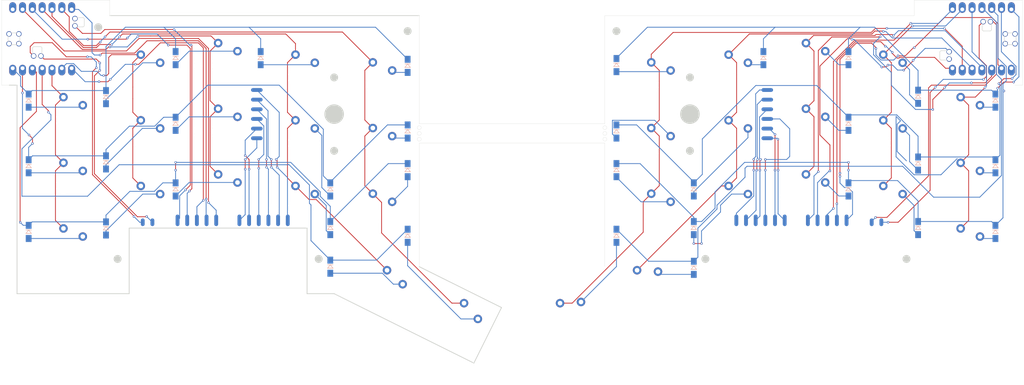
<source format=kicad_pcb>
(kicad_pcb (version 20240108) (generator "pcbnew") (generator_version "8.0")
  (layers (0 "F.Cu" signal) (31 "B.Cu" signal) (34 "B.Paste" user) (35 "F.Paste" user) (36 "B.SilkS" user "B.Silkscreen") (37 "F.SilkS" user "F.Silkscreen") (38 "B.Mask" user) (39 "F.Mask" user) (44 "Edge.Cuts" user))
  (net 0 "")
  (net 1 "VBAT_L")
  (net 2 "ROW0_L")
  (net 3 "Net-(D1-A)")
  (net 4 "Net-(D2-A)")
  (net 5 "Net-(D3-A)")
  (net 6 "Net-(D4-A)")
  (net 7 "Net-(D5-A)")
  (net 8 "ROW1_L")
  (net 9 "Net-(D6-A)")
  (net 10 "Net-(D7-A)")
  (net 11 "Net-(D8-A)")
  (net 12 "Net-(D9-A)")
  (net 13 "Net-(D10-A)")
  (net 14 "ROW2_L")
  (net 15 "Net-(D11-A)")
  (net 16 "Net-(D12-A)")
  (net 17 "Net-(D13-A)")
  (net 18 "Net-(D14-A)")
  (net 19 "Net-(D15-A)")
  (net 20 "Net-(D16-A)")
  (net 21 "ROW3_L")
  (net 22 "Net-(D17-A)")
  (net 23 "TP1_L")
  (net 24 "TP_GND_L")
  (net 25 "COL0_L")
  (net 26 "COL1_L")
  (net 27 "COL2_L")
  (net 28 "COL3_L")
  (net 29 "COL4_L")
  (net 30 "TP_VCC_L")
  (net 33 "TP_DATA_L")
  (net 34 "GND_L")
  (net 38 "TP_CLK_L")
  (net 39 "TP2_L")
  (net 40 "TP6_L")
  (net 41 "TP3_L")
  (net 42 "TP4_L")
  (net 43 "TP5_L")
  (net 44 "TP_RST_L")
  (net 46 "GND_R")
  (net 47 "VBAT_R")
  (net 50 "ROW0_R")
  (net 51 "Net-(D18-A)")
  (net 52 "Net-(D19-A)")
  (net 53 "Net-(D20-A)")
  (net 54 "Net-(D21-A)")
  (net 55 "Net-(D22-A)")
  (net 57 "Net-(D23-A)")
  (net 59 "ROW1_R")
  (net 60 "Net-(D24-A)")
  (net 61 "Net-(D25-A)")
  (net 63 "Net-(D26-A)")
  (net 64 "Net-(D27-A)")
  (net 65 "Net-(D28-A)")
  (net 67 "ROW2_R")
  (net 68 "Net-(D29-A)")
  (net 69 "Net-(D30-A)")
  (net 70 "Net-(D31-A)")
  (net 71 "Net-(D32-A)")
  (net 72 "Net-(D33-A)")
  (net 73 "ROW3_R")
  (net 74 "Net-(D34-A)")
  (net 75 "TP2_R")
  (net 76 "TP1_R")
  (net 77 "TP6_R")
  (net 78 "TP4_R")
  (net 79 "TP3_R")
  (net 80 "TP5_R")
  (net 81 "TP_CLK_R")
  (net 82 "TP_RST_R")
  (net 83 "TP_VCC_R")
  (net 84 "TP_GND_R")
  (net 85 "TP_DATA_R")
  (net 86 "COL4_R")
  (net 87 "COL3_R")
  (net 88 "COL2_R")
  (net 89 "COL1_R")
  (net 90 "COL0_R")
  (footprint "ScottoKeebs_Choc:Choc_V1_1.00u" (layer "F.Cu") (at 135 111.75 -26)
    (property "Reference" "S17" (hide yes))
    (property "Value" "Keyswitch")
  )
  (footprint "ScottoKeebs_Choc:Choc_V1_1.00u" (layer "F.Cu") (at 266 76)
    (property "Reference" "S27" (hide yes))
    (property "Value" "Keyswitch")
  )
  (footprint "totem:2pin" (layer "F.Cu") (at 55.75 85.5 90)
    (property "Reference" "J8" (hide yes))
    (property "Value" "BattConnect_L" (hide yes))
  )
  (footprint "ScottoKeebs_Choc:Choc_V1_1.00u" (layer "F.Cu") (at 246 82)
    (property "Reference" "S31" (hide yes))
    (property "Value" "Keyswitch")
  )
  (footprint "ScottoKeebs_Choc:Choc_V1_1.00u" (layer "F.Cu") (at 186 50)
    (property "Reference" "S18" (hide yes))
    (property "Value" "Keyswitch")
  )
  (footprint "ScottoKeebs_Choc:Choc_V1_1.00u" (layer "F.Cu") (at 114 67)
    (property "Reference" "S10" (hide yes))
    (property "Value" "Keyswitch")
  )
  (footprint "ScottoKeebs_Choc:Choc_V1_1.00u" (layer "F.Cu") (at 186 84)
    (property "Reference" "S28" (hide yes))
    (property "Value" "Keyswitch")
  )
  (footprint "ScottoKeebs_Choc:Choc_V1_1.00u" (layer "F.Cu") (at 74 79)
    (property "Reference" "S13" (hide yes))
    (property "Value" "Keyswitch")
  )
  (footprint "ScottoKeebs_Choc:Choc_V1_1.00u" (layer "F.Cu") (at 34 93)
    (property "Reference" "S11" (hide yes))
    (property "Value" "Keyswitch")
  )
  (footprint "ScottoKeebs_Choc:Choc_V1_1.00u" (layer "F.Cu") (at 266 93)
    (property "Reference" "S32" (hide yes))
    (property "Value" "Keyswitch")
  )
  (footprint "ScottoKeebs_Choc:Choc_V1_1.00u" (layer "F.Cu") (at 226 62)
    (property "Reference" "S25" (hide yes))
    (property "Value" "Keyswitch")
  )
  (footprint "ScottoKeebs_Choc:Choc_V1_1.00u" (layer "F.Cu") (at 206 65)
    (property "Reference" "S24" (hide yes))
    (property "Value" "Keyswitch")
  )
  (footprint "totem:5pin" (layer "F.Cu") (at 231.499999 85 -90)
    (property "Reference" "J6" (hide yes))
    (property "Value" "TP_OUTPUT_TO_XIAO_R" (hide yes))
  )
  (footprint "ScottoKeebs_Choc:Choc_V1_1.00u" (layer "F.Cu") (at 94 48)
    (property "Reference" "S4" (hide yes))
    (property "Value" "Keyswitch")
  )
  (footprint "ScottoKeebs_Choc:Choc_V1_1.00u" (layer "F.Cu") (at 266 59)
    (property "Reference" "S22" (hide yes))
    (property "Value" "Keyswitch")
  )
  (footprint "ScottoKeebs_Choc:Choc_V1_1.00u" (layer "F.Cu") (at 186 67)
    (property "Reference" "S23" (hide yes))
    (property "Value" "Keyswitch")
  )
  (footprint "ScottoKeebs_Choc:Choc_V1_1.00u" (layer "F.Cu") (at 246 48)
    (property "Reference" "S21" (hide yes))
    (property "Value" "Keyswitch")
  )
  (footprint "ScottoKeebs_Choc:Choc_V1_1.00u" (layer "F.Cu") (at 54 65)
    (property "Reference" "S7" (hide yes))
    (property "Value" "Keyswitch")
  )
  (footprint "ScottoKeebs_Choc:Choc_V1_1.00u" (layer "F.Cu") (at 74 62)
    (property "Reference" "S8" (hide yes))
    (property "Value" "Keyswitch")
  )
  (footprint "totem:xiao-ble-smd-cutout" (layer "F.Cu") (at 271.5 38 -90)
    (property "Reference" "U2" (hide yes))
    (property "Value" "xiao-ble" (hide yes))
    (fp_line (start 5.119 10.880999) (end 3.467999 10.880999) (stroke (width 0.12)) (layer "Edge.Cuts"))
    (fp_line (start 3.087 10.5) (end 3.087001 8.8998) (stroke (width 0.12)) (layer "Edge.Cuts"))
    (fp_line (start 5.5 8.8998) (end 5.5 10.5) (stroke (width 0.12)) (layer "Edge.Cuts"))
    (fp_line (start 3.7728 8.214001) (end 4.8142 8.214001) (stroke (width 0.12)) (layer "Edge.Cuts"))
    (fp_line (start -2.413 -0.063) (end -4.0132 -0.063) (stroke (width 0.12)) (layer "Edge.Cuts"))
    (fp_line (start -4.699 -0.7488) (end -4.699 -1.7902) (stroke (width 0.12)) (layer "Edge.Cuts"))
    (fp_line (start -2.032 -2.095) (end -2.032 -0.443999) (stroke (width 0.12)) (layer "Edge.Cuts"))
    (fp_line (start -4.0132 -2.475999) (end -2.413 -2.476) (stroke (width 0.12)) (layer "Edge.Cuts"))
    (fp_line (start -0.8382 -5.778) (end 0.8382 -5.778) (stroke (width 0.12)) (layer "Edge.Cuts"))
    (fp_line (start -1.524 -6.4638) (end -1.524 -8.1402) (stroke (width 0.12)) (layer "Edge.Cuts"))
    (fp_line (start 1.524 -6.4638) (end 1.524 -8.1402) (stroke (width 0.12)) (layer "Edge.Cuts"))
    (fp_line (start -0.838199 -8.826) (end 0.838199 -8.826) (stroke (width 0.12)) (layer "Edge.Cuts"))
    (fp_arc (start 3.467999 10.880999) (mid 3.198593 10.769407) (end 3.087 10.5) (stroke (width 0.12)) (layer "Edge.Cuts"))
    (fp_arc (start 5.5 10.5) (mid 5.388408 10.769408) (end 5.119 10.880999) (stroke (width 0.12)) (layer "Edge.Cuts"))
    (fp_arc (start 5.5 8.8998) (mid 4.896394 8.817607) (end 4.8142 8.214001) (stroke (width 0.12)) (layer "Edge.Cuts"))
    (fp_arc (start 3.7728 8.214001) (mid 3.69061 8.81761) (end 3.087001 8.8998) (stroke (width 0.12)) (layer "Edge.Cuts"))
    (fp_arc (start -2.032 -0.443999) (mid -2.143592 -0.174592) (end -2.413 -0.063) (stroke (width 0.12)) (layer "Edge.Cuts"))
    (fp_arc (start -4.699 -0.7488) (mid -4.09539 -0.66661) (end -4.0132 -0.063) (stroke (width 0.12)) (layer "Edge.Cuts"))
    (fp_arc (start -4.0132 -2.475999) (mid -4.095393 -1.872391) (end -4.699 -1.7902) (stroke (width 0.12)) (layer "Edge.Cuts"))
    (fp_arc (start -2.413 -2.476) (mid -2.143592 -2.364408) (end -2.032 -2.095) (stroke (width 0.12)) (layer "Edge.Cuts"))
    (fp_arc (start 0.8382 -5.778) (mid 0.920391 -6.381609) (end 1.524 -6.4638) (stroke (width 0.12)) (layer "Edge.Cuts"))
    (fp_arc (start -1.524 -6.4638) (mid -0.920391 -6.381609) (end -0.8382 -5.778) (stroke (width 0.12)) (layer "Edge.Cuts"))
    (fp_arc (start 1.524 -8.1402) (mid 0.920394 -8.222393) (end 0.838199 -8.826) (stroke (width 0.12)) (layer "Edge.Cuts"))
    (fp_arc (start -0.838199 -8.826) (mid -0.92039 -8.222391) (end -1.524 -8.1402) (stroke (width 0.12)) (layer "Edge.Cuts"))
  )
  (footprint "ScottoKeebs_Choc:Choc_V1_1.00u" (layer "F.Cu") (at 74 45)
    (property "Reference" "S3" (hide yes))
    (property "Value" "Keyswitch")
  )
  (footprint "totem:5pin" (layer "F.Cu") (at 68.499998 85 -90)
    (property "Reference" "J4" (hide yes))
    (property "Value" "TP_OUTPUT_TO_XIAO_L" (hide yes))
  )
  (footprint "totem:6pin" (layer "F.Cu") (at 84 57.5)
    (property "Reference" "J1" (hide yes))
    (property "Value" "TP_BRIDGE_IN_L" (hide yes))
  )
  (footprint "ScottoKeebs_Choc:Choc_V1_1.00u" (layer "F.Cu") (at 114 50)
    (property "Reference" "S5" (hide yes))
    (property "Value" "Keyswitch")
  )
  (footprint "ScottoKeebs_Choc:Choc_V1_1.00u" (layer "F.Cu") (at 226 79)
    (property "Reference" "S30" (hide yes))
    (property "Value" "Keyswitch")
  )
  (footprint "ScottoKeebs_Choc:Choc_V1_1.00u" (layer "F.Cu") (at 94 65)
    (property "Reference" "S9" (hide yes))
    (property "Value" "Keyswitch")
  )
  (footprint "totem:2pin" (layer "F.Cu") (at 244.25 85.5 90)
    (property "Reference" "J7" (hide yes))
    (property "Value" "BattConnect_R" (hide yes))
  )
  (footprint "ScottoKeebs_Choc:Choc_V1_1.00u" (layer "F.Cu") (at 94 82)
    (property "Reference" "S14" (hide yes))
    (property "Value" "Keyswitch")
  )
  (footprint "ScottoKeebs_Choc:Choc_V1_1.00u" (layer "F.Cu") (at 54 82)
    (property "Reference" "S12" (hide yes))
    (property "Value" "Keyswitch")
  )
  (footprint "totem:6pin" (layer "F.Cu") (at 85.749999 85 -90)
    (property "Reference" "J2" (hide yes))
    (property "Value" "TP_BRIDGE_OUT_L" (hide yes))
  )
  (footprint "ScottoKeebs_Choc:Choc_V1_1.00u" (layer "F.Cu") (at 206 82)
    (property "Reference" "S29" (hide yes))
    (property "Value" "Keyswitch")
  )
  (footprint "ScottoKeebs_Choc:Choc_V1_1.00u" (layer "F.Cu") (at 114 84)
    (property "Reference" "S15" (hide yes))
    (property "Value" "Keyswitch")
  )
  (footprint "ScottoKeebs_Choc:Choc_V1_1.00u" (layer "F.Cu") (at 246 65)
    (property "Reference" "S26" (hide yes))
    (property "Value" "Keyswitch")
  )
  (footprint "ScottoKeebs_Choc:Choc_V1_1.00u" (layer "F.Cu") (at 226 45)
    (property "Reference" "S20" (hide yes))
    (property "Value" "Keyswitch")
  )
  (footprint "ScottoKeebs_Choc:Choc_V1_1.00u" (layer "F.Cu") (at 165 111.75 26)
    (property "Reference" "S33" (hide yes))
    (property "Value" "Keyswitch")
  )
  (footprint "ScottoKeebs_Choc:Choc_V1_1.00u" (layer "F.Cu") (at 115.75 103.5 -19)
    (property "Reference" "S16" (hide yes))
    (property "Value" "Keyswitch")
  )
  (footprint "ScottoKeebs_Choc:Choc_V1_1.00u" (layer "F.Cu") (at 34 59)
    (property "Reference" "S1" (hide yes))
    (property "Value" "Keyswitch")
  )
  (footprint "ScottoKeebs_Choc:Choc_V1_1.00u" (layer "F.Cu") (at 206 48)
    (property "Reference" "S19" (hide yes))
    (property "Value" "Keyswitch")
  )
  (footprint "totem:xiao-ble-smd-cutout" (layer "F.Cu") (at 28.5 38 90)
    (property "Reference" "U1" (hide yes))
    (property "Value" "xiao-ble" (hide yes))
    (fp_line (start -0.838199 -8.826) (end 0.838199 -8.826) (stroke (width 0.12)) (layer "Edge.Cuts"))
    (fp_line (start 1.524 -6.4638) (end 1.524 -8.1402) (stroke (width 0.12)) (layer "Edge.Cuts"))
    (fp_line (start -1.524 -6.4638) (end -1.524 -8.1402) (stroke (width 0.12)) (layer "Edge.Cuts"))
    (fp_line (start -0.8382 -5.778) (end 0.8382 -5.778) (stroke (width 0.12)) (layer "Edge.Cuts"))
    (fp_line (start -4.0132 -2.475999) (end -2.413 -2.476) (stroke (width 0.12)) (layer "Edge.Cuts"))
    (fp_line (start -2.032 -2.095) (end -2.032 -0.443999) (stroke (width 0.12)) (layer "Edge.Cuts"))
    (fp_line (start -4.699 -0.7488) (end -4.699 -1.7902) (stroke (width 0.12)) (layer "Edge.Cuts"))
    (fp_line (start -2.413 -0.063) (end -4.0132 -0.063) (stroke (width 0.12)) (layer "Edge.Cuts"))
    (fp_line (start 3.7728 8.214) (end 4.8142 8.214) (stroke (width 0.12)) (layer "Edge.Cuts"))
    (fp_line (start 5.499999 8.8998) (end 5.5 10.5) (stroke (width 0.12)) (layer "Edge.Cuts"))
    (fp_line (start 3.087 10.5) (end 3.087 8.8998) (stroke (width 0.12)) (layer "Edge.Cuts"))
    (fp_line (start 5.119 10.881) (end 3.467999 10.881) (stroke (width 0.12)) (layer "Edge.Cuts"))
    (fp_arc (start -0.838199 -8.826) (mid -0.92039 -8.222391) (end -1.524 -8.1402) (stroke (width 0.12)) (layer "Edge.Cuts"))
    (fp_arc (start 1.524 -8.1402) (mid 0.920394 -8.222393) (end 0.838199 -8.826) (stroke (width 0.12)) (layer "Edge.Cuts"))
    (fp_arc (start -1.524 -6.4638) (mid -0.920391 -6.381609) (end -0.8382 -5.778) (stroke (width 0.12)) (layer "Edge.Cuts"))
    (fp_arc (start 0.8382 -5.778) (mid 0.920391 -6.381609) (end 1.524 -6.4638) (stroke (width 0.12)) (layer "Edge.Cuts"))
    (fp_arc (start -2.413 -2.476) (mid -2.143592 -2.364408) (end -2.032 -2.095) (stroke (width 0.12)) (layer "Edge.Cuts"))
    (fp_arc (start -4.0132 -2.475999) (mid -4.095393 -1.872391) (end -4.699 -1.7902) (stroke (width 0.12)) (layer "Edge.Cuts"))
    (fp_arc (start -4.699 -0.7488) (mid -4.09539 -0.66661) (end -4.0132 -0.063) (stroke (width 0.12)) (layer "Edge.Cuts"))
    (fp_arc (start -2.032 -0.443999) (mid -2.143592 -0.174592) (end -2.413 -0.063) (stroke (width 0.12)) (layer "Edge.Cuts"))
    (fp_arc (start 3.7728 8.214) (mid 3.69061 8.81761) (end 3.087 8.8998) (stroke (width 0.12)) (layer "Edge.Cuts"))
    (fp_arc (start 5.499999 8.8998) (mid 4.896393 8.817606) (end 4.8142 8.214) (stroke (width 0.12)) (layer "Edge.Cuts"))
    (fp_arc (start 5.5 10.5) (mid 5.388408 10.769408) (end 5.119 10.881) (stroke (width 0.12)) (layer "Edge.Cuts"))
    (fp_arc (start 3.467999 10.881) (mid 3.198592 10.769407) (end 3.087 10.5) (stroke (width 0.12)) (layer "Edge.Cuts"))
  )
  (footprint "totem:6pin" (layer "F.Cu") (at 216 57.5 180)
    (property "Reference" "J3" (hide yes))
    (property "Value" "TP_BRIDGE_IN_R" (hide yes))
  )
  (footprint "ScottoKeebs_Choc:Choc_V1_1.00u" (layer "F.Cu") (at 34 76)
    (property "Reference" "S6" (hide yes))
    (property "Value" "Keyswitch")
  )
  (footprint "totem:6pin" (layer "F.Cu") (at 214.25 85 -90)
    (property "Reference" "J5" (hide yes))
    (property "Value" "TP_BRIDGE_OUT_R" (hide yes))
  )
  (footprint "ScottoKeebs_Choc:Choc_V1_1.00u" (layer "F.Cu") (at 184.25 103.5 19)
    (property "Reference" "S34" (hide yes))
    (property "Value" "Keyswitch")
  )
  (footprint "ScottoKeebs_Choc:Choc_V1_1.00u" (layer "F.Cu") (at 54 48)
    (property "Reference" "S2" (hide yes))
    (property "Value" "Keyswitch")
  )
  (footprint "totem:Diode_SOD123" (layer "B.Cu") (at 255 70.299999 -90)
    (property "Reference" "D26" (hide yes))
    (property "Value" "Diode" (hide yes))
  )
  (footprint "totem:Diode_SOD123" (layer "B.Cu") (at 45 53.100001 -90)
    (property "Reference" "D2" (hide yes))
    (property "Value" "Diode" (hide yes))
  )
  (footprint "totem:Diode_SOD123" (layer "B.Cu") (at 63 77 -90)
    (property "Reference" "D13" (hide yes))
    (property "Value" "Diode" (hide yes))
  )
  (footprint "totem:Diode_SOD123" (layer "B.Cu") (at 45 87.100001 -90)
    (property "Reference" "D12" (hide yes))
    (property "Value" "Diode" (hide yes))
  )
  (footprint "totem:Diode_SOD123" (layer "B.Cu") (at 255 87 -90)
    (property "Reference" "D31" (hide yes))
    (property "Value" "Diode" (hide yes))
  )
  (footprint "totem:Diode_SOD123" (layer "B.Cu") (at 197 97.299999 -90)
    (property "Reference" "D34" (hide yes))
    (property "Value" "Diode" (hide yes))
  )
  (footprint "totem:Diode_SOD123" (layer "B.Cu") (at 63 43 -90)
    (property "Reference" "D3" (hide yes))
    (property "Value" "Diode" (hide yes))
  )
  (footprint "totem:Diode_SOD123" (layer "B.Cu") (at 25 88 -90)
    (property "Reference" "D11" (hide yes))
    (property "Value" "Diode" (hide yes))
  )
  (footprint "totem:Diode_SOD123" (layer "B.Cu") (at 255 53 -90)
    (property "Reference" "D21" (hide yes))
    (property "Value" "Diode" (hide yes))
  )
  (footprint "totem:Diode_SOD123" (layer "B.Cu") (at 237 77 -90)
    (property "Reference" "D30" (hide yes))
    (property "Value" "Diode" (hide yes))
  )
  (footprint "totem:Diode_SOD123" (layer "B.Cu") (at 197 87 -90)
    (property "Reference" "D29" (hide yes))
    (property "Value" "Diode" (hide yes))
  )
  (footprint "totem:Diode_SOD123" (layer "B.Cu") (at 275 71 -90)
    (property "Reference" "D27" (hide yes))
    (property "Value" "Diode" (hide yes))
  )
  (footprint "totem:Diode_SOD123" (layer "B.Cu") (at 25 54 -90)
    (property "Reference" "D1" (hide yes))
    (property "Value" "Diode" (hide yes))
  )
  (footprint "totem:Diode_SOD123" (layer "B.Cu") (at 177 89 -90)
    (property "Reference" "D33" (hide yes))
    (property "Value" "Diode" (hide yes))
  )
  (footprint "totem:Diode_SOD123" (layer "B.Cu") (at 177 72 -90)
    (property "Reference" "D28" (hide yes))
    (property "Value" "Diode" (hide yes))
  )
  (footprint "totem:Diode_SOD123" (layer "B.Cu") (at 25 71 -90)
    (property "Reference" "D6" (hide yes))
    (property "Value" "Diode" (hide yes))
  )
  (footprint "totem:Diode_SOD123" (layer "B.Cu") (at 197 77 -90)
    (property "Reference" "D24" (hide yes))
    (property "Value" "Diode" (hide yes))
  )
  (footprint "totem:Diode_SOD123" (layer "B.Cu") (at 177 62 -90)
    (property "Reference" "D23" (hide yes))
    (property "Value" "Diode" (hide yes))
  )
  (footprint "totem:Diode_SOD123" (layer "B.Cu") (at 237 60 -90)
    (property "Reference" "D25" (hide yes))
    (property "Value" "Diode" (hide yes))
  )
  (footprint "totem:Diode_SOD123" (layer "B.Cu") (at 103 87 -90)
    (property "Reference" "D14" (hide yes))
    (property "Value" "Diode" (hide yes))
  )
  (footprint "totem:Diode_SOD123" (layer "B.Cu") (at 103 97 -90)
    (property "Reference" "D16" (hide yes))
    (property "Value" "Diode" (hide yes))
  )
  (footprint "totem:Diode_SOD123" (layer "B.Cu") (at 123 62 -90)
    (property "Reference" "D10" (hide yes))
    (property "Value" "Diode" (hide yes))
  )
  (footprint "totem:Diode_SOD123" (layer "B.Cu") (at 123 89 -90)
    (property "Reference" "D17" (hide yes))
    (property "Value" "Diode" (hide yes))
  )
  (footprint "totem:Diode_SOD123" (layer "B.Cu") (at 45 70 -90)
    (property "Reference" "D7" (hide yes))
    (property "Value" "Diode" (hide yes))
  )
  (footprint "totem:Diode_SOD123" (layer "B.Cu") (at 237 43 -90)
    (property "Reference" "D20" (hide yes))
    (property "Value" "Diode" (hide yes))
  )
  (footprint "totem:Diode_SOD123" (layer "B.Cu") (at 123 72 -90)
    (property "Reference" "D15" (hide yes))
    (property "Value" "Diode" (hide yes))
  )
  (footprint "totem:Diode_SOD123" (layer "B.Cu") (at 63 60 -90)
    (property "Reference" "D8" (hide yes))
    (property "Value" "Diode" (hide yes))
  )
  (footprint "totem:Diode_SOD123" (layer "B.Cu") (at 275 54 -90)
    (property "Reference" "D22" (hide yes))
    (property "Value" "Diode" (hide yes))
  )
  (footprint "totem:Diode_SOD123" (layer "B.Cu") (at 275 88 -90)
    (property "Reference" "D32" (hide yes))
    (property "Value" "Diode" (hide yes))
  )
  (footprint "totem:Diode_SOD123" (layer "B.Cu") (at 85 43 -90)
    (property "Reference" "D4" (hide yes))
    (property "Value" "Diode" (hide yes))
  )
  (footprint "totem:Diode_SOD123" (layer "B.Cu") (at 177 44.799999 -90)
    (property "Reference" "D18" (hide yes))
    (property "Value" "Diode" (hide yes))
  )
  (footprint "totem:Diode_SOD123" (layer "B.Cu") (at 215 43 -90)
    (property "Reference" "D19" (hide yes))
    (property "Value" "Diode" (hide yes))
  )
  (footprint "totem:Diode_SOD123" (layer "B.Cu") (at 123 45 -90)
    (property "Reference" "D5" (hide yes))
    (property "Value" "Diode" (hide yes))
  )
  (footprint "totem:Diode_SOD123" (layer "B.Cu") (at 103 77 -90)
    (property "Reference" "D9" (hide yes))
    (property "Value" "Diode" (hide yes))
  )
  (gr_line (start 18 50) (end 20 50) (stroke (width 0.05)) (layer "Edge.Cuts"))
  (gr_line (start 126.000001 32) (end 46 32) (stroke (width 0.2)) (layer "Edge.Cuts"))
  (gr_line (start 280 50.000002) (end 278 50.000003) (stroke (width 0.005)) (layer "Edge.Cuts"))
  (gr_line (start 202.999998 104.000003) (end 195.999998 104.000003) (stroke (width 0.005)) (layer "Edge.Cuts"))
  (gr_line (start 282 28) (end 282 50) (stroke (width 0.05)) (layer "Edge.Cuts"))
  (gr_circle (center 48 95) (end 49 95) (stroke (width 0.05)) (fill solid) (layer "Edge.Cuts"))
  (gr_line (start 97.000001 104.000001) (end 104.000001 104.000001) (stroke (width 0.2)) (layer "Edge.Cuts"))
  (gr_line (start 282 50) (end 280 50.000002) (stroke (width 0.05)) (layer "Edge.Cuts"))
  (gr_line (start 254 32) (end 174 32) (stroke (width 0.05)) (layer "Edge.Cuts"))
  (gr_line (start 97.000001 87.000001) (end 97.000001 104.000001) (stroke (width 0.2)) (layer "Edge.Cuts"))
  (gr_line (start 126.000001 32) (end 126 60) (stroke (width 0.05)) (layer "Edge.Cuts"))
  (gr_circle (center 126 64) (end 126 64.5) (stroke (width 0.05)) (fill none) (layer "Edge.Cuts"))
  (gr_line (start 51 104.000001) (end 51 87.000001) (stroke (width 0.2)) (layer "Edge.Cuts"))
  (gr_line (start 104.000001 104.000001) (end 140.124069 121.967553) (stroke (width 0.2)) (layer "Edge.Cuts"))
  (gr_line (start 126.000001 97.000001) (end 126 65) (stroke (width 0.05)) (layer "Edge.Cuts"))
  (gr_line (start 140.124069 121.967553) (end 147.27844 107.583567) (stroke (width 0.2)) (layer "Edge.Cuts"))
  (gr_line (start 174 65) (end 126 65) (stroke (width 0.05)) (layer "Edge.Cuts"))
  (gr_circle (center 104 67) (end 105 67) (stroke (width 0.05)) (fill solid) (layer "Edge.Cuts"))
  (gr_line (start 254 32) (end 254 28) (stroke (width 0.05)) (layer "Edge.Cuts"))
  (gr_circle (center 104 57.5) (end 106.5 57.5) (stroke (width 0.05)) (fill solid) (layer "Edge.Cuts"))
  (gr_line (start 248.999999 87.000002) (end 202.999998 87.000003) (stroke (width 0.005)) (layer "Edge.Cuts"))
  (gr_line (start 22 50) (end 22 104.000001) (stroke (width 0.2)) (layer "Edge.Cuts"))
  (gr_circle (center 123 36) (end 124 36) (stroke (width 0.05)) (fill solid) (layer "Edge.Cuts"))
  (gr_circle (center 196 67) (end 197 67) (stroke (width 0.05)) (fill solid) (layer "Edge.Cuts"))
  (gr_line (start 18 28) (end 18 50) (stroke (width 0.05)) (layer "Edge.Cuts"))
  (gr_line (start 147.27844 107.583567) (end 126.000001 97.000001) (stroke (width 0.2)) (layer "Edge.Cuts"))
  (gr_line (start 152.721559 107.583569) (end 173.999999 97.000003) (stroke (width 0.005)) (layer "Edge.Cuts"))
  (gr_line (start 159.87593 121.967555) (end 152.721559 107.583569) (stroke (width 0.005)) (layer "Edge.Cuts"))
  (gr_line (start 195.999998 104.000003) (end 159.87593 121.967555) (stroke (width 0.005)) (layer "Edge.Cuts"))
  (gr_line (start 20 50) (end 22 50) (stroke (width 0.2)) (layer "Edge.Cuts"))
  (gr_circle (center 104 48) (end 105 48) (stroke (width 0.05)) (fill solid) (layer "Edge.Cuts"))
  (gr_line (start 202.999998 87.000003) (end 202.999998 104.000003) (stroke (width 0.005)) (layer "Edge.Cuts"))
  (gr_line (start 248.999999 104.000003) (end 248.999999 87.000002) (stroke (width 0.005)) (layer "Edge.Cuts"))
  (gr_circle (center 174 62.5) (end 174 63) (stroke (width 0.05)) (fill none) (layer "Edge.Cuts"))
  (gr_circle (center 126 61) (end 126 61.5) (stroke (width 0.05)) (fill none) (layer "Edge.Cuts"))
  (gr_circle (center 43 35) (end 44 35) (stroke (width 0.05)) (fill solid) (layer "Edge.Cuts"))
  (gr_circle (center 196 57.5) (end 198.5 57.5) (stroke (width 0.05)) (fill solid) (layer "Edge.Cuts"))
  (gr_line (start 173.999999 97.000003) (end 174 65) (stroke (width 0.05)) (layer "Edge.Cuts"))
  (gr_line (start 174 32) (end 174 60) (stroke (width 0.05)) (layer "Edge.Cuts"))
  (gr_line (start 278 50.000003) (end 277.999998 104.000003) (stroke (width 0.005)) (layer "Edge.Cuts"))
  (gr_circle (center 196 48) (end 197 48) (stroke (width 0.05)) (fill solid) (layer "Edge.Cuts"))
  (gr_circle (center 100 95) (end 101 95) (stroke (width 0.05)) (fill solid) (layer "Edge.Cuts"))
  (gr_line (start 22 104.000001) (end 51 104.000001) (stroke (width 0.2)) (layer "Edge.Cuts"))
  (gr_circle (center 252 95) (end 253 95) (stroke (width 0.05)) (fill solid) (layer "Edge.Cuts"))
  (gr_circle (center 200 95) (end 201 95) (stroke (width 0.05)) (fill solid) (layer "Edge.Cuts"))
  (gr_line (start 46 32) (end 46 28) (stroke (width 0.05)) (layer "Edge.Cuts"))
  (gr_line (start 46 28) (end 18 28) (stroke (width 0.05)) (layer "Edge.Cuts"))
  (gr_line (start 254 28) (end 282 28) (stroke (width 0.05)) (layer "Edge.Cuts"))
  (gr_circle (center 126 62.5) (end 126 63) (stroke (width 0.05)) (fill none) (layer "Edge.Cuts"))
  (gr_line (start 277.999998 104.000003) (end 248.999999 104.000003) (stroke (width 0.005)) (layer "Edge.Cuts"))
  (gr_circle (center 174 61) (end 174 61.5) (stroke (width 0.05)) (fill none) (layer "Edge.Cuts"))
  (gr_circle (center 174 64) (end 174 64.5) (stroke (width 0.05)) (fill none) (layer "Edge.Cuts"))
  (gr_circle (center 177 36) (end 178 36) (stroke (width 0.05)) (fill solid) (layer "Edge.Cuts"))
  (gr_line (start 51 87.000001) (end 97.000001 87.000001) (stroke (width 0.2)) (layer "Edge.Cuts"))
  (gr_line (start 174 60) (end 126 60) (stroke (width 0.05)) (layer "Edge.Cuts"))
  (segment (start 253.95 73.2) (end 260.920101 73.2) (width 0.2) (layer "B.Cu") (net 0))
  (segment (start 249.314214 58.1) (end 249.314214 68.564214) (width 0.2) (layer "B.Cu") (net 0))
  (segment (start 252 69.6) (end 249.6 67.2) (width 0.2) (layer "B.Cu") (net 0))
  (segment (start 249.314214 68.564214) (end 253.95 73.2) (width 0.2) (layer "B.Cu") (net 0))
  (segment (start 250.457107 59.242894) (end 249.314214 58.1) (width 0.2) (layer "B.Cu") (net 0))
  (segment (start 260.920101 73.2) (end 265.120103 68.999998) (width 0.2) (layer "B.Cu") (net 0))
  (segment (start 249.6 67.2) (end 249.6 60.100001) (width 0.2) (layer "B.Cu") (net 0))
  (segment (start 249.6 60.100001) (end 250.457107 59.242894) (width 0.2) (layer "B.Cu") (net 0))
  (segment (start 43.4 44.25) (end 43.4 44.15) (width 0.2) (layer "F.Cu") (net 1))
  (segment (start 53.140507 84.075) (end 42 72.934493) (width 0.2) (layer "F.Cu") (net 1))
  (segment (start 43.4 44.15) (end 42.5 43.25) (width 0.2) (layer "F.Cu") (net 1))
  (segment (start 55.425 84.075) (end 53.140507 84.075) (width 0.2) (layer "F.Cu") (net 1))
  (segment (start 55.5 84) (end 55.425 84.075) (width 0.2) (layer "F.Cu") (net 1))
  (segment (start 42.5 43.25) (end 28.988 43.25) (width 0.2) (layer "F.Cu") (net 1))
  (segment (start 42 47.584313) (end 43.4 46.184313) (width 0.2) (layer "F.Cu") (net 1))
  (segment (start 42 72.934493) (end 42 47.584313) (width 0.2) (layer "F.Cu") (net 1))
  (segment (start 28.988 43.25) (end 28.183 42.445) (width 0.2) (layer "F.Cu") (net 1))
  (via (at 43.4 44.25) (size 0.6) (drill 0.3) (layers "F.Cu" "B.Cu") (net 1))
  (via (at 43.4 46.184313) (size 0.6) (drill 0.3) (layers "F.Cu" "B.Cu") (net 1))
  (via (at 55.5 84) (size 0.6) (drill 0.3) (layers "F.Cu" "B.Cu") (net 1))
  (segment (start 56.999999 85.5) (end 55.5 84.000001) (width 0.2) (layer "B.Cu") (net 1))
  (segment (start 43.4 46.184313) (end 43.4 44.25) (width 0.2) (layer "B.Cu") (net 1))
  (segment (start 55.5 84.000001) (end 55.5 84) (width 0.2) (layer "B.Cu") (net 1))
  (segment (start 50 35) (end 60 35) (width 0.2) (layer "B.Cu") (net 2))
  (segment (start 85 41.299999) (end 85 38) (width 0.2) (layer "B.Cu") (net 2))
  (segment (start 114.700001 35) (end 82 35) (width 0.2) (layer "B.Cu") (net 2))
  (segment (start 20.88 45.727056) (end 20.88 45.62) (width 0.2) (layer "B.Cu") (net 2))
  (segment (start 25 52.299999) (end 25.899999 51.4) (width 0.2) (layer "B.Cu") (net 2))
  (segment (start 25 52.299999) (end 22.912 50.211999) (width 0.2) (layer "B.Cu") (net 2))
  (segment (start 25.899999 51.4) (end 45 51.4) (width 0.2) (layer "B.Cu") (net 2))
  (segment (start 85 38) (end 82 35) (width 0.2) (layer "B.Cu") (net 2))
  (segment (start 63 38) (end 60 35) (width 0.2) (layer "B.Cu") (net 2))
  (segment (start 45 40) (end 50 35) (width 0.2) (layer "B.Cu") (net 2))
  (segment (start 63 41.299999) (end 63 38) (width 0.2) (layer "B.Cu") (net 2))
  (segment (start 123 43.299999) (end 114.700001 35) (width 0.2) (layer "B.Cu") (net 2))
  (segment (start 45 51.4) (end 45 40) (width 0.2) (layer "B.Cu") (net 2))
  (segment (start 82 35) (end 60 35) (width 0.2) (layer "B.Cu") (net 2))
  (segment (start 22.912 50.211999) (end 22.912 47.759056) (width 0.2) (layer "B.Cu") (net 2))
  (segment (start 22.912 47.759056) (end 20.88 45.727056) (width 0.2) (layer "B.Cu") (net 2))
  (segment (start 25 52.299999) (end 25.200001 52.299999) (width 0.2) (layer "B.Cu") (net 2))
  (segment (start 38.499999 55.700001) (end 39 55.2) (width 0.2) (layer "B.Cu") (net 3))
  (segment (start 25 55.700001) (end 38.499999 55.700001) (width 0.2) (layer "B.Cu") (net 3))
  (segment (start 54.500002 44.2) (end 59 44.2) (width 0.2) (layer "B.Cu") (net 4))
  (segment (start 45 53.700002) (end 54.500002 44.2) (width 0.2) (layer "B.Cu") (net 4))
  (segment (start 45 54.800002) (end 45 53.700002) (width 0.2) (layer "B.Cu") (net 4))
  (segment (start 63 44.700001) (end 66.500001 41.2) (width 0.2) (layer "B.Cu") (net 5))
  (segment (start 66.500001 41.2) (end 79 41.2) (width 0.2) (layer "B.Cu") (net 5))
  (segment (start 98.499999 44.700001) (end 99 44.2) (width 0.2) (layer "B.Cu") (net 6))
  (segment (start 85 44.700001) (end 98.499999 44.700001) (width 0.2) (layer "B.Cu") (net 6))
  (segment (start 123 46.700001) (end 119.500001 46.700001) (width 0.2) (layer "B.Cu") (net 7))
  (segment (start 119.500001 46.700001) (end 119 46.2) (width 0.2) (layer "B.Cu") (net 7))
  (segment (start 23.4 52) (end 23.4 45.64) (width 0.2) (layer "F.Cu") (net 8))
  (segment (start 23.4 45.64) (end 23.42 45.62) (width 0.2) (layer "F.Cu") (net 8))
  (segment (start 26 65.1) (end 26 63.8) (width 0.2) (layer "F.Cu") (net 8))
  (segment (start 26 63.8) (end 25.1 62.9) (width 0.2) (layer "F.Cu") (net 8))
  (via (at 26 65.1) (size 0.6) (drill 0.3) (layers "F.Cu" "B.Cu") (net 8))
  (via (at 23.4 52) (size 0.6) (drill 0.3) (layers "F.Cu" "B.Cu") (net 8))
  (via (at 25.1 62.9) (size 0.6) (drill 0.3) (layers "F.Cu" "B.Cu") (net 8))
  (segment (start 25 69.299999) (end 25 66.1) (width 0.2) (layer "B.Cu") (net 8))
  (segment (start 59.920102 58.299999) (end 60 58.299999) (width 0.2) (layer "B.Cu") (net 8))
  (segment (start 89.779899 50) (end 101.2 61.420101) (width 0.2) (layer "B.Cu") (net 8))
  (segment (start 101.2 73.499999) (end 103 75.299999) (width 0.2) (layer "B.Cu") (net 8))
  (segment (start 45 68.299999) (end 26 68.299999) (width 0.2) (layer "B.Cu") (net 8))
  (segment (start 51.051472 60.61005) (end 57.610051 60.61005) (width 0.2) (layer "B.Cu") (net 8))
  (segment (start 25 66.1) (end 26 65.1) (width 0.2) (layer "B.Cu") (net 8))
  (segment (start 89.779899 50) (end 71.299999 50) (width 0.2) (layer "B.Cu") (net 8))
  (segment (start 25.1 62.9) (end 23.4 61.2) (width 0.2) (layer "B.Cu") (net 8))
  (segment (start 117.765508 60.299999) (end 123 60.299999) (width 0.2) (layer "B.Cu") (net 8))
  (segment (start 101.2 61.420101) (end 101.2 73.499999) (width 0.2) (layer "B.Cu") (net 8))
  (segment (start 45 66.661522) (end 51.051472 60.61005) (width 0.2) (layer "B.Cu") (net 8))
  (segment (start 103 75.299999) (end 103 75.065507) (width 0.2) (layer "B.Cu") (net 8))
  (segment (start 71.299999 50) (end 63 58.299999) (width 0.2) (layer "B.Cu") (net 8))
  (segment (start 23.4 61.2) (end 23.4 52) (width 0.2) (layer "B.Cu") (net 8))
  (segment (start 103 75.065507) (end 117.765508 60.299999) (width 0.2) (layer "B.Cu") (net 8))
  (segment (start 57.610051 60.61005) (end 59.920102 58.299999) (width 0.2) (layer "B.Cu") (net 8))
  (segment (start 26 68.299999) (end 25 69.299999) (width 0.2) (layer "B.Cu") (net 8))
  (segment (start 60 58.299999) (end 63 58.299999) (width 0.2) (layer "B.Cu") (net 8))
  (segment (start 45 68.299999) (end 45 66.661522) (width 0.2) (layer "B.Cu") (net 8))
  (segment (start 38.499999 72.700001) (end 39 72.2) (width 0.2) (layer "B.Cu") (net 9))
  (segment (start 25 72.700001) (end 38.499999 72.700001) (width 0.2) (layer "B.Cu") (net 9))
  (segment (start 45 71.700001) (end 45 70.600001) (width 0.2) (layer "B.Cu") (net 10))
  (segment (start 45 70.600001) (end 54.400001 61.2) (width 0.2) (layer "B.Cu") (net 10))
  (segment (start 54.400001 61.2) (end 59 61.2) (width 0.2) (layer "B.Cu") (net 10))
  (segment (start 66.500001 58.2) (end 79 58.2) (width 0.2) (layer "B.Cu") (net 11))
  (segment (start 63 61.700001) (end 66.500001 58.2) (width 0.2) (layer "B.Cu") (net 11))
  (segment (start 103 78.700001) (end 100.8 76.500001) (width 0.2) (layer "B.Cu") (net 12))
  (segment (start 100.8 76.500001) (end 100.8 63) (width 0.2) (layer "B.Cu") (net 12))
  (segment (start 100.8 63) (end 99 61.2) (width 0.2) (layer "B.Cu") (net 12))
  (segment (start 119.500001 63.700001) (end 119 63.2) (width 0.2) (layer "B.Cu") (net 13))
  (segment (start 123 63.700001) (end 119.500001 63.700001) (width 0.2) (layer "B.Cu") (net 13))
  (segment (start 63 70) (end 63 72) (width 0.2) (layer "F.Cu") (net 14))
  (segment (start 27 56.8) (end 27 46.66) (width 0.2) (layer "F.Cu") (net 14))
  (segment (start 22.8 85.5) (end 22.8 61) (width 0.2) (layer "F.Cu") (net 14))
  (segment (start 27 46.66) (end 25.96 45.62) (width 0.2) (layer "F.Cu") (net 14))
  (segment (start 22.8 61) (end 27 56.8) (width 0.2) (layer "F.Cu") (net 14))
  (via (at 63 70) (size 0.6) (drill 0.3) (layers "F.Cu" "B.Cu") (net 14))
  (via (at 22.8 85.5) (size 0.6) (drill 0.3) (layers "F.Cu" "B.Cu") (net 14))
  (via (at 63 72) (size 0.6) (drill 0.3) (layers "F.Cu" "B.Cu") (net 14))
  (segment (start 59.700001 75.299999) (end 63 75.299999) (width 0.2) (layer "B.Cu") (net 14))
  (segment (start 51.161522 77.5) (end 57.5 77.5) (width 0.2) (layer "B.Cu") (net 14))
  (segment (start 103 81.379899) (end 100.4 78.779899) (width 0.2) (layer "B.Cu") (net 14))
  (segment (start 103 85.299999) (end 103 81.379899) (width 0.2) (layer "B.Cu") (net 14))
  (segment (start 25.899999 85.4) (end 25 86.299999) (width 0.2) (layer "B.Cu") (net 14))
  (segment (start 100.4 77.620101) (end 92.779899 70) (width 0.2) (layer "B.Cu") (net 14))
  (segment (start 103 85.299999) (end 118 70.299999) (width 0.2) (layer "B.Cu") (net 14))
  (segment (start 45 85.4) (end 45 83.661522) (width 0.2) (layer "B.Cu") (net 14))
  (segment (start 92.779899 70) (end 63 70) (width 0.2) (layer "B.Cu") (net 14))
  (segment (start 118 70.299999) (end 123 70.299999) (width 0.2) (layer "B.Cu") (net 14))
  (segment (start 45 83.661522) (end 51.161522 77.5) (width 0.2) (layer "B.Cu") (net 14))
  (segment (start 63 72) (end 63 75.299999) (width 0.2) (layer "B.Cu") (net 14))
  (segment (start 22.8 85.5) (end 23.599999 86.299999) (width 0.2) (layer "B.Cu") (net 14))
  (segment (start 23.599999 86.299999) (end 25 86.299999) (width 0.2) (layer "B.Cu") (net 14))
  (segment (start 57.5 77.5) (end 59.700001 75.299999) (width 0.2) (layer "B.Cu") (net 14))
  (segment (start 45 85.4) (end 25.899999 85.4) (width 0.2) (layer "B.Cu") (net 14))
  (segment (start 100.4 78.779899) (end 100.4 77.620101) (width 0.2) (layer "B.Cu") (net 14))
  (segment (start 38.499999 89.700001) (end 39 89.2) (width 0.2) (layer "B.Cu") (net 15))
  (segment (start 25 89.700001) (end 38.499999 89.700001) (width 0.2) (layer "B.Cu") (net 15))
  (segment (start 45 88.800002) (end 45 87.700002) (width 0.2) (layer "B.Cu") (net 16))
  (segment (start 45 87.700002) (end 54.500002 78.2) (width 0.2) (layer "B.Cu") (net 16))
  (segment (start 54.500002 78.2) (end 59 78.2) (width 0.2) (layer "B.Cu") (net 16))
  (segment (start 63 78.700001) (end 66.500001 75.2) (width 0.2) (layer "B.Cu") (net 17))
  (segment (start 66.500001 75.2) (end 79 75.2) (width 0.2) (layer "B.Cu") (net 17))
  (segment (start 101.95 81.15) (end 99 78.2) (width 0.2) (layer "B.Cu") (net 18))
  (segment (start 103 88.700001) (end 101.95 87.650001) (width 0.2) (layer "B.Cu") (net 18))
  (segment (start 101.95 87.650001) (end 101.95 81.15) (width 0.2) (layer "B.Cu") (net 18))
  (segment (start 123 73.700001) (end 123 76.2) (width 0.2) (layer "B.Cu") (net 19))
  (segment (start 123 76.2) (end 119 80.2) (width 0.2) (layer "B.Cu") (net 19))
  (segment (start 103 98.700001) (end 116.469514 98.700001) (width 0.2) (layer "B.Cu") (net 20))
  (segment (start 119.304383 101.53487) (end 121.714752 101.53487) (width 0.2) (layer "B.Cu") (net 20))
  (segment (start 116.469514 98.700001) (end 119.304383 101.53487) (width 0.2) (layer "B.Cu") (net 20))
  (segment (start 28.5 55) (end 28.5 45.62) (width 0.2) (layer "F.Cu") (net 21))
  (segment (start 30.1 57) (end 30.1 56.6) (width 0.2) (layer "F.Cu") (net 21))
  (segment (start 30.1 56.6) (end 28.5 55) (width 0.2) (layer "F.Cu") (net 21))
  (via (at 30.1 57) (size 0.6) (drill 0.3) (layers "F.Cu" "B.Cu") (net 21))
  (segment (start 115 95.299999) (end 123 87.299999) (width 0.2) (layer "B.Cu") (net 21))
  (segment (start 48.4 70.6) (end 40.25 78.75) (width 0.2) (layer "B.Cu") (net 21))
  (segment (start 23.25 66.5) (end 30.75 59) (width 0.2) (layer "B.Cu") (net 21))
  (segment (start 97.6 80.6) (end 97.6 75.85) (width 0.2) (layer "B.Cu") (net 21))
  (segment (start 30.75 57.65) (end 30.1 57) (width 0.2) (layer "B.Cu") (net 21))
  (segment (start 92.15 70.6) (end 48.4 70.6) (width 0.2) (layer "B.Cu") (net 21))
  (segment (start 97.6 75.85) (end 92.25 70.5) (width 0.2) (layer "B.Cu") (net 21))
  (segment (start 98 81) (end 97.6 80.6) (width 0.2) (layer "B.Cu") (net 21))
  (segment (start 23.25 78.75) (end 23.25 66.5) (width 0.2) (layer "B.Cu") (net 21))
  (segment (start 103 95.299999) (end 115 95.299999) (width 0.2) (layer "B.Cu") (net 21))
  (segment (start 30.75 59) (end 30.75 57.65) (width 0.2) (layer "B.Cu") (net 21))
  (segment (start 92.25 70.5) (end 92.15 70.6) (width 0.2) (layer "B.Cu") (net 21))
  (segment (start 103 95.299999) (end 98 90.25) (width 0.2) (layer "B.Cu") (net 21))
  (segment (start 40.25 78.75) (end 23.25 78.75) (width 0.2) (layer "B.Cu") (net 21))
  (segment (start 98 90.25) (end 98 81) (width 0.2) (layer "B.Cu") (net 21))
  (segment (start 123 96.75) (end 136.776437 110.526437) (width 0.2) (layer "B.Cu") (net 22))
  (segment (start 136.776437 110.526437) (end 141.159781 110.526437) (width 0.2) (layer "B.Cu") (net 22))
  (segment (start 123 90.700001) (end 123 96.75) (width 0.2) (layer "B.Cu") (net 22))
  (segment (start 89.25 69.5) (end 89 69.25) (width 0.2) (layer "F.Cu") (net 23))
  (segment (start 89.25 71.25) (end 89.25 69.5) (width 0.2) (layer "F.Cu") (net 23))
  (via (at 89.25 71.25) (size 0.6) (drill 0.3) (layers "F.Cu" "B.Cu") (net 23))
  (via (at 89 69.25) (size 0.6) (drill 0.3) (layers "F.Cu" "B.Cu") (net 23))
  (segment (start 89.8 68.45) (end 89.8 57.05) (width 0.2) (layer "B.Cu") (net 23))
  (segment (start 91.925 84.925002) (end 91.925 73.925) (width 0.2) (layer "B.Cu") (net 23))
  (segment (start 91.925 73.925) (end 89.25 71.25) (width 0.2) (layer "B.Cu") (net 23))
  (segment (start 91.999998 85) (end 91.925 84.925002) (width 0.2) (layer "B.Cu") (net 23))
  (segment (start 89 69.25) (end 89.8 68.45) (width 0.2) (layer "B.Cu") (net 23))
  (segment (start 89.8 57.05) (end 84 51.25) (width 0.2) (layer "B.Cu") (net 23))
  (segment (start 71.5 40.5) (end 68.9 37.9) (width 0.2) (layer "F.Cu") (net 24))
  (segment (start 50.298529 41.15) (end 34.19 41.15) (width 0.2) (layer "F.Cu") (net 24))
  (segment (start 68.9 37.9) (end 53.548529 37.9) (width 0.2) (layer "F.Cu") (net 24))
  (segment (start 34.19 41.15) (end 23.42 30.38) (width 0.2) (layer "F.Cu") (net 24))
  (segment (start 53.548529 37.9) (end 50.298529 41.15) (width 0.2) (layer "F.Cu") (net 24))
  (segment (start 71.5 80.4) (end 71.5 40.5) (width 0.2) (layer "F.Cu") (net 24))
  (via (at 71.5 80.4) (size 0.6) (drill 0.3) (layers "F.Cu" "B.Cu") (net 24))
  (segment (start 73.499998 82.399998) (end 71.5 80.4) (width 0.2) (layer "B.Cu") (net 24))
  (segment (start 73.499998 85) (end 73.499998 82.399998) (width 0.2) (layer "B.Cu") (net 24))
  (segment (start 31.04 50.14) (end 31.04 45.62) (width 0.2) (layer "F.Cu") (net 25))
  (segment (start 31.925 68.025) (end 34 70.1) (width 0.2) (layer "F.Cu") (net 25))
  (segment (start 34 53.1) (end 31.925 55.175) (width 0.2) (layer "F.Cu") (net 25))
  (segment (start 31.925 72.175) (end 31.925 85.025) (width 0.2) (layer "F.Cu") (net 25))
  (segment (start 31.925 55.175) (end 31.925 68.025) (width 0.2) (layer "F.Cu") (net 25))
  (segment (start 34 70.1) (end 31.925 72.175) (width 0.2) (layer "F.Cu") (net 25))
  (segment (start 31.925 85.025) (end 34 87.1) (width 0.2) (layer "F.Cu") (net 25))
  (segment (start 34 53.1) (end 31.04 50.14) (width 0.2) (layer "F.Cu") (net 25))
  (segment (start 51.925 50.5) (end 51.925 53.5) (width 0.2) (layer "F.Cu") (net 26))
  (segment (start 51.925 44.175) (end 51.925 50.5) (width 0.2) (layer "F.Cu") (net 26))
  (segment (start 45.7 42.8) (end 45.7 47) (width 0.2) (layer "F.Cu") (net 26))
  (segment (start 46.4 42.1) (end 45.7 42.8) (width 0.2) (layer "F.Cu") (net 26))
  (segment (start 44.4 47.5) (end 45.2 47.5) (width 0.2) (layer "F.Cu") (net 26))
  (segment (start 51.925 57.025) (end 54 59.1) (width 0.2) (layer "F.Cu") (net 26))
  (segment (start 54 42.1) (end 51.925 44.175) (width 0.2) (layer "F.Cu") (net 26))
  (segment (start 54 59.1) (end 51.925 61.175) (width 0.2) (layer "F.Cu") (net 26))
  (segment (start 46.4 42.1) (end 54 42.1) (width 0.2) (layer "F.Cu") (net 26))
  (segment (start 51.925 61.175) (end 51.925 74.025) (width 0.2) (layer "F.Cu") (net 26))
  (segment (start 45.2 47.5) (end 45.7 47) (width 0.2) (layer "F.Cu") (net 26))
  (segment (start 51.925 74.025) (end 54 76.1) (width 0.2) (layer "F.Cu") (net 26))
  (segment (start 51.925 53.5) (end 51.925 57.025) (width 0.2) (layer "F.Cu") (net 26))
  (via (at 44.4 47.5) (size 0.6) (drill 0.3) (layers "F.Cu" "B.Cu") (net 26))
  (segment (start 36.617056 44.42) (end 34.78 44.42) (width 0.2) (layer "B.Cu") (net 26))
  (segment (start 43.75 47.5) (end 44.4 47.5) (width 0.2) (layer "B.Cu") (net 26))
  (segment (start 42.67 46.42) (end 38.617056 46.42) (width 0.2) (layer "B.Cu") (net 26))
  (segment (start 34.78 44.42) (end 33.58 45.62) (width 0.2) (layer "B.Cu") (net 26))
  (segment (start 38.617056 46.42) (end 36.617056 44.42) (width 0.2) (layer "B.Cu") (net 26))
  (segment (start 42.67 46.42) (end 43.75 47.5) (width 0.2) (layer "B.Cu") (net 26))
  (segment (start 74 56.1) (end 71.925 54.025) (width 0.2) (layer "F.Cu") (net 27))
  (segment (start 72.15 37.25) (end 56.5 37.25) (width 0.2) (layer "F.Cu") (net 27))
  (segment (start 53.25 37.25) (end 53.25 37.35) (width 0.2) (layer "F.Cu") (net 27))
  (segment (start 71.925 71.025) (end 71.925 58.175) (width 0.2) (layer "F.Cu") (net 27))
  (segment (start 74 39.1) (end 72.15 37.25) (width 0.2) (layer "F.Cu") (net 27))
  (segment (start 71.925 54.025) (end 71.925 41.175) (width 0.2) (layer "F.Cu") (net 27))
  (segment (start 71.925 41.175) (end 72.05 41.05) (width 0.2) (layer "F.Cu") (net 27))
  (segment (start 72.05 41.05) (end 74 39.1) (width 0.2) (layer "F.Cu") (net 27))
  (segment (start 45.65 40.1) (end 45 40.75) (width 0.2) (layer "F.Cu") (net 27))
  (segment (start 74 73.1) (end 71.925 71.025) (width 0.2) (layer "F.Cu") (net 27))
  (segment (start 46 40.1) (end 45.65 40.1) (width 0.2) (layer "F.Cu") (net 27))
  (segment (start 38.87 40.75) (end 28.5 30.38) (width 0.2) (layer "F.Cu") (net 27))
  (segment (start 56.5 37.25) (end 53.25 37.25) (width 0.2) (layer "F.Cu") (net 27))
  (segment (start 45 40.75) (end 38.87 40.75) (width 0.2) (layer "F.Cu") (net 27))
  (segment (start 71.925 58.175) (end 74 56.1) (width 0.2) (layer "F.Cu") (net 27))
  (via (at 53.25 37.35) (size 0.6) (drill 0.3) (layers "F.Cu" "B.Cu") (net 27))
  (via (at 46 40.1) (size 0.6) (drill 0.3) (layers "F.Cu" "B.Cu") (net 27))
  (segment (start 50.5 40.1) (end 46 40.1) (width 0.2) (layer "B.Cu") (net 27))
  (segment (start 53.25 37.35) (end 50.5 40.1) (width 0.2) (layer "B.Cu") (net 27))
  (segment (start 97.5 79.6) (end 94 76.1) (width 0.2) (layer "F.Cu") (net 28))
  (segment (start 43.330264 39.485421) (end 42.565685 40.25) (width 0.2) (layer "F.Cu") (net 28))
  (segment (start 94 42.1) (end 91.925 44.175) (width 0.2) (layer "F.Cu") (net 28))
  (segment (start 91.925 57.025) (end 94 59.1) (width 0.2) (layer "F.Cu") (net 28))
  (segment (start 49.6 36.75) (end 49.25 36.75) (width 0.2) (layer "F.Cu") (net 28))
  (segment (start 91.5 36.75) (end 49.6 36.75) (width 0.2) (layer "F.Cu") (net 28))
  (segment (start 46.512149 39.485421) (end 43.330264 39.485421) (width 0.2) (layer "F.Cu") (net 28))
  (segment (start 31.04 32.171372) (end 31.04 30.38) (width 0.2) (layer "F.Cu") (net 28))
  (segment (start 94 59.1) (end 91.925 61.175) (width 0.2) (layer "F.Cu") (net 28))
  (segment (start 117.670852 97.92144) (end 99.349412 79.6) (width 0.2) (layer "F.Cu") (net 28))
  (segment (start 49.25 36.75) (end 48.5 37.5) (width 0.2) (layer "F.Cu") (net 28))
  (segment (start 39.118628 40.25) (end 31.04 32.171372) (width 0.2) (layer "F.Cu") (net 28))
  (segment (start 94 39.25) (end 91.5 36.75) (width 0.2) (layer "F.Cu") (net 28))
  (segment (start 42.5 40.25) (end 39.118628 40.25) (width 0.2) (layer "F.Cu") (net 28))
  (segment (start 99.349412 79.6) (end 97.5 79.6) (width 0.2) (layer "F.Cu") (net 28))
  (segment (start 91.925 74.025) (end 94 76.1) (width 0.2) (layer "F.Cu") (net 28))
  (segment (start 91.925 44.175) (end 91.925 57.025) (width 0.2) (layer "F.Cu") (net 28))
  (segment (start 94 42.1) (end 94 39.25) (width 0.2) (layer "F.Cu") (net 28))
  (segment (start 91.925 61.175) (end 91.925 74.025) (width 0.2) (layer "F.Cu") (net 28))
  (segment (start 42.517898 40.25) (end 42.508949 40.241051) (width 0.2) (layer "F.Cu") (net 28))
  (segment (start 42.508949 40.241051) (end 42.5 40.25) (width 0.2) (layer "F.Cu") (net 28))
  (segment (start 42.565685 40.25) (end 42.517898 40.25) (width 0.2) (layer "F.Cu") (net 28))
  (via (at 48.5 37.5) (size 0.6) (drill 0.3) (layers "F.Cu" "B.Cu") (net 28))
  (via (at 46.512149 39.485421) (size 0.6) (drill 0.3) (layers "F.Cu" "B.Cu") (net 28))
  (segment (start 48.5 37.5) (end 46.514579 39.485421) (width 0.2) (layer "B.Cu") (net 28))
  (segment (start 46.514579 39.485421) (end 46.512149 39.485421) (width 0.2) (layer "B.Cu") (net 28))
  (segment (start 44.75 37.5) (end 46 36.25) (width 0.2) (layer "F.Cu") (net 29))
  (segment (start 111.925 76.025) (end 114 78.1) (width 0.2) (layer "F.Cu") (net 29))
  (segment (start 116.270852 80.370852) (end 116.270852 88.270852) (width 0.2) (layer "F.Cu") (net 29))
  (segment (start 35.5 32.3) (end 33.58 30.38) (width 0.2) (layer "F.Cu") (net 29))
  (segment (start 43.5 38.85) (end 43.4 38.85) (width 0.2) (layer "F.Cu") (net 29))
  (segment (start 114 78.1) (end 116.270852 80.370852) (width 0.2) (layer "F.Cu") (net 29))
  (segment (start 116.270852 88.270852) (end 134.447115 106.447115) (width 0.2) (layer "F.Cu") (net 29))
  (segment (start 43.4 38.85) (end 42.5 39.75) (width 0.2) (layer "F.Cu") (net 29))
  (segment (start 39.184314 39.75) (end 35.5 36.065686) (width 0.2) (layer "F.Cu") (net 29))
  (segment (start 111.925 63.175) (end 111.925 76.025) (width 0.2) (layer "F.Cu") (net 29))
  (segment (start 134.447115 106.447115) (end 137.58639 106.447115) (width 0.2) (layer "F.Cu") (net 29))
  (segment (start 111.925 59.025) (end 114 61.1) (width 0.2) (layer "F.Cu") (net 29))
  (segment (start 106.15 36.25) (end 114 44.1) (width 0.2) (layer "F.Cu") (net 29))
  (segment (start 46 36.25) (end 106.15 36.25) (width 0.2) (layer "F.Cu") (net 29))
  (segment (start 35.5 36.065686) (end 35.5 32.3) (width 0.2) (layer "F.Cu") (net 29))
  (segment (start 111.925 46.175) (end 111.925 59.025) (width 0.2) (layer "F.Cu") (net 29))
  (segment (start 114 44.1) (end 111.925 46.175) (width 0.2) (layer "F.Cu") (net 29))
  (segment (start 42.5 39.75) (end 39.184314 39.75) (width 0.2) (layer "F.Cu") (net 29))
  (segment (start 114 61.1) (end 111.925 63.175) (width 0.2) (layer "F.Cu") (net 29))
  (via (at 44.75 37.5) (size 0.6) (drill 0.3) (layers "F.Cu" "B.Cu") (net 29))
  (via (at 43.5 38.85) (size 0.6) (drill 0.3) (layers "F.Cu" "B.Cu") (net 29))
  (segment (start 43.5 38.85) (end 43.5 38.75) (width 0.2) (layer "B.Cu") (net 29))
  (segment (start 43.5 38.75) (end 44.75 37.5) (width 0.2) (layer "B.Cu") (net 29))
  (segment (start 50.2 38.1) (end 40.3 38.1) (width 0.2) (layer "F.Cu") (net 30))
  (segment (start 66.8 40.5) (end 65.932843 39.632843) (width 0.2) (layer "F.Cu") (net 30))
  (segment (start 25.96 30.38) (end 25.96 30.272944) (width 0.2) (layer "F.Cu") (net 30))
  (segment (start 65.6 77.1) (end 66.8 75.9) (width 0.2) (layer "F.Cu") (net 30))
  (segment (start 50.5 37.8) (end 50.2 38.1) (width 0.2) (layer "F.Cu") (net 30))
  (segment (start 65.932843 39.632843) (end 61.1 39.632843) (width 0.2) (layer "F.Cu") (net 30))
  (segment (start 66.8 75.9) (end 66.8 40.5) (width 0.2) (layer "F.Cu") (net 30))
  (via (at 50.5 37.8) (size 0.6) (drill 0.3) (layers "F.Cu" "B.Cu") (net 30))
  (via (at 61.1 39.632843) (size 0.6) (drill 0.3) (layers "F.Cu" "B.Cu") (net 30))
  (via (at 40.3 38.1) (size 0.6) (drill 0.3) (layers "F.Cu" "B.Cu") (net 30))
  (via (at 65.6 77.1) (size 0.6) (drill 0.3) (layers "F.Cu" "B.Cu") (net 30))
  (segment (start 40.3 38.1) (end 33.68 38.1) (width 0.2) (layer "B.Cu") (net 30))
  (segment (start 33.68 38.1) (end 25.96 30.38) (width 0.2) (layer "B.Cu") (net 30))
  (segment (start 63.499998 85) (end 64.05 84.449998) (width 0.2) (layer "B.Cu") (net 30))
  (segment (start 64.05 78.65) (end 65.6 77.1) (width 0.2) (layer "B.Cu") (net 30))
  (segment (start 64.05 84.449998) (end 64.05 78.65) (width 0.2) (layer "B.Cu") (net 30))
  (segment (start 61.1 39.632843) (end 58.217157 36.75) (width 0.2) (layer "B.Cu") (net 30))
  (segment (start 58.217157 36.75) (end 51.55 36.75) (width 0.2) (layer "B.Cu") (net 30))
  (segment (start 51.55 36.75) (end 50.5 37.8) (width 0.2) (layer "B.Cu") (net 30))
  (segment (start 68.9 38.5) (end 55.620101 38.5) (width 0.2) (layer "F.Cu") (net 33))
  (segment (start 70.9 40.5) (end 68.9 38.5) (width 0.2) (layer "F.Cu") (net 33))
  (segment (start 70.9 79.5) (end 70.9 40.5) (width 0.2) (layer "F.Cu") (net 33))
  (segment (start 52.420101 41.7) (end 44 41.7) (width 0.2) (layer "F.Cu") (net 33))
  (segment (start 44 41.7) (end 43.5 42.2) (width 0.2) (layer "F.Cu") (net 33))
  (segment (start 55.620101 38.5) (end 52.420101 41.7) (width 0.2) (layer "F.Cu") (net 33))
  (via (at 70.9 79.5) (size 0.6) (drill 0.3) (layers "F.Cu" "B.Cu") (net 33))
  (via (at 43.5 42.2) (size 0.6) (drill 0.3) (layers "F.Cu" "B.Cu") (net 33))
  (segment (start 42 42.2) (end 41.4 41.6) (width 0.2) (layer "B.Cu") (net 33))
  (segment (start 41.4 33.87256) (end 37.90744 30.38) (width 0.2) (layer "B.Cu") (net 33))
  (segment (start 41.4 41.6) (end 41.4 33.87256) (width 0.2) (layer "B.Cu") (net 33))
  (segment (start 37.90744 30.38) (end 36.12 30.38) (width 0.2) (layer "B.Cu") (net 33))
  (segment (start 70.999998 85) (end 70.9 84.900002) (width 0.2) (layer "B.Cu") (net 33))
  (segment (start 43.5 42.2) (end 42 42.2) (width 0.2) (layer "B.Cu") (net 33))
  (segment (start 70.9 84.900002) (end 70.9 79.5) (width 0.2) (layer "B.Cu") (net 33))
  (segment (start 31.1 39) (end 26.40956 39) (width 0.2) (layer "F.Cu") (net 34))
  (segment (start 34.55 42.45) (end 31.1 39) (width 0.2) (layer "F.Cu") (net 34))
  (segment (start 26.40956 39) (end 25.409671 39.999889) (width 0.2) (layer "F.Cu") (net 34))
  (segment (start 25.409671 41.576671) (end 26.278 42.445) (width 0.2) (layer "F.Cu") (net 34))
  (segment (start 34.75 42.65) (end 34.55 42.45) (width 0.2) (layer "F.Cu") (net 34))
  (segment (start 25.409671 39.999889) (end 25.409671 41.576671) (width 0.2) (layer "F.Cu") (net 34))
  (segment (start 41.5 73.161522) (end 41.5 46.5) (width 0.2) (layer "F.Cu") (net 34))
  (segment (start 40.2 42.65) (end 34.75 42.65) (width 0.2) (layer "F.Cu") (net 34))
  (segment (start 41.5 46.5) (end 42.5 45.5) (width 0.2) (layer "F.Cu") (net 34))
  (segment (start 52.233489 84.016511) (end 52.233489 83.895011) (width 0.2) (layer "F.Cu") (net 34))
  (segment (start 52.233489 83.895011) (end 41.5 73.161522) (width 0.2) (layer "F.Cu") (net 34))
  (via (at 40.2 42.65) (size 0.6) (drill 0.3) (layers "F.Cu" "B.Cu") (net 34))
  (via (at 52.233489 84.016511) (size 0.6) (drill 0.3) (layers "F.Cu" "B.Cu") (net 34))
  (via (at 42.5 45.5) (size 0.6) (drill 0.3) (layers "F.Cu" "B.Cu") (net 34))
  (segment (start 42.5 45.5) (end 42.5 44) (width 0.2) (layer "B.Cu") (net 34))
  (segment (start 41.15 42.65) (end 40.2 42.65) (width 0.2) (layer "B.Cu") (net 34))
  (segment (start 53.716978 85.5) (end 52.233489 84.016511) (width 0.2) (layer "B.Cu") (net 34))
  (segment (start 54.500001 85.5) (end 53.716978 85.5) (width 0.2) (layer "B.Cu") (net 34))
  (segment (start 42.5 44) (end 41.15 42.65) (width 0.2) (layer "B.Cu") (net 34))
  (segment (start 70.164682 79.815136) (end 70.164682 40.330368) (width 0.2) (layer "F.Cu") (net 38))
  (segment (start 46.1 48.5) (end 45.5 49.1) (width 0.2) (layer "F.Cu") (net 38))
  (segment (start 68.867157 39.032843) (end 59.047056 39.032843) (width 0.2) (layer "F.Cu") (net 38))
  (segment (start 53.479899 44.6) (end 52.6 44.6) (width 0.2) (layer "F.Cu") (net 38))
  (segment (start 45.5 49.1) (end 43.2 49.1) (width 0.2) (layer "F.Cu") (net 38))
  (segment (start 59.047056 39.032843) (end 53.479899 44.6) (width 0.2) (layer "F.Cu") (net 38))
  (segment (start 70.164682 40.330368) (end 68.867157 39.032843) (width 0.2) (layer "F.Cu") (net 38))
  (via (at 43.2 49.1) (size 0.6) (drill 0.3) (layers "F.Cu" "B.Cu") (net 38))
  (via (at 52.6 44.6) (size 0.6) (drill 0.3) (layers "F.Cu" "B.Cu") (net 38))
  (via (at 70.164682 79.815136) (size 0.6) (drill 0.3) (layers "F.Cu" "B.Cu") (net 38))
  (via (at 46.1 48.5) (size 0.6) (drill 0.3) (layers "F.Cu" "B.Cu") (net 38))
  (segment (start 39.6 49.1) (end 36.12 45.62) (width 0.2) (layer "B.Cu") (net 38))
  (segment (start 52.6 44.6) (end 50 44.6) (width 0.2) (layer "B.Cu") (net 38))
  (segment (start 68.499998 81.47982) (end 70.164682 79.815136) (width 0.2) (layer "B.Cu") (net 38))
  (segment (start 43.2 49.1) (end 39.6 49.1) (width 0.2) (layer "B.Cu") (net 38))
  (segment (start 68.499998 85) (end 68.499998 81.47982) (width 0.2) (layer "B.Cu") (net 38))
  (segment (start 50 44.6) (end 46.1 48.5) (width 0.2) (layer "B.Cu") (net 38))
  (segment (start 87.75 71.25) (end 87.75 69.25) (width 0.2) (layer "F.Cu") (net 39))
  (via (at 87.75 71.25) (size 0.6) (drill 0.3) (layers "F.Cu" "B.Cu") (net 39))
  (via (at 87.75 69.25) (size 0.6) (drill 0.3) (layers "F.Cu" "B.Cu") (net 39))
  (segment (start 89.499998 85) (end 89.8 84.699998) (width 0.2) (layer "B.Cu") (net 39))
  (segment (start 87.75 69.25) (end 86.9 68.4) (width 0.2) (layer "B.Cu") (net 39))
  (segment (start 89.8 84.699998) (end 89.8 73.3) (width 0.2) (layer "B.Cu") (net 39))
  (segment (start 86.9 56.65) (end 84 53.75) (width 0.2) (layer "B.Cu") (net 39))
  (segment (start 86.9 68.4) (end 86.9 56.65) (width 0.2) (layer "B.Cu") (net 39))
  (segment (start 89.8 73.3) (end 87.75 71.25) (width 0.2) (layer "B.Cu") (net 39))
  (segment (start 81 71.75) (end 81 69.25) (width 0.2) (layer "F.Cu") (net 40))
  (via (at 81 69.25) (size 0.6) (drill 0.3) (layers "F.Cu" "B.Cu") (net 40))
  (via (at 81 71.75) (size 0.6) (drill 0.3) (layers "F.Cu" "B.Cu") (net 40))
  (segment (start 81 69.25) (end 84 66.25) (width 0.2) (layer "B.Cu") (net 40))
  (segment (start 84 66.25) (end 84 63.75) (width 0.2) (layer "B.Cu") (net 40))
  (segment (start 79.5 85) (end 81 83.5) (width 0.2) (layer "B.Cu") (net 40))
  (segment (start 81 83.5) (end 81 71.75) (width 0.2) (layer "B.Cu") (net 40))
  (segment (start 86.5 71.25) (end 86.5 69.25) (width 0.2) (layer "F.Cu") (net 41))
  (via (at 86.5 69.25) (size 0.6) (drill 0.3) (layers "F.Cu" "B.Cu") (net 41))
  (via (at 86.5 71.25) (size 0.6) (drill 0.3) (layers "F.Cu" "B.Cu") (net 41))
  (segment (start 86.999998 71.749998) (end 86.5 71.25) (width 0.2) (layer "B.Cu") (net 41))
  (segment (start 86.5 69.25) (end 86.5 58.75) (width 0.2) (layer "B.Cu") (net 41))
  (segment (start 86.5 58.75) (end 84 56.25) (width 0.2) (layer "B.Cu") (net 41))
  (segment (start 86.999998 85) (end 86.999998 71.749998) (width 0.2) (layer "B.Cu") (net 41))
  (segment (start 84.5 71.5) (end 84.5 69.25) (width 0.2) (layer "F.Cu") (net 42))
  (via (at 84.5 69.25) (size 0.6) (drill 0.3) (layers "F.Cu" "B.Cu") (net 42))
  (via (at 84.5 71.5) (size 0.6) (drill 0.3) (layers "F.Cu" "B.Cu") (net 42))
  (segment (start 85.8 67.95) (end 85.8 60.55) (width 0.2) (layer "B.Cu") (net 42))
  (segment (start 84.5 69.25) (end 85.8 67.95) (width 0.2) (layer "B.Cu") (net 42))
  (segment (start 84.5 85) (end 84.5 71.5) (width 0.2) (layer "B.Cu") (net 42))
  (segment (start 85.8 60.55) (end 84 58.75) (width 0.2) (layer "B.Cu") (net 42))
  (segment (start 82 69.25) (end 81 68.25) (width 0.2) (layer "F.Cu") (net 43))
  (segment (start 82 71.75) (end 82 69.25) (width 0.2) (layer "F.Cu") (net 43))
  (via (at 81 68.25) (size 0.6) (drill 0.3) (layers "F.Cu" "B.Cu") (net 43))
  (via (at 82 71.75) (size 0.6) (drill 0.3) (layers "F.Cu" "B.Cu") (net 43))
  (segment (start 82 85) (end 82 71.75) (width 0.2) (layer "B.Cu") (net 43))
  (segment (start 81 68.25) (end 81 64.25) (width 0.2) (layer "B.Cu") (net 43))
  (segment (start 81 64.25) (end 84 61.25) (width 0.2) (layer "B.Cu") (net 43))
  (segment (start 43.671295 36.6) (end 38.909 36.6) (width 0.2) (layer "F.Cu") (net 44))
  (segment (start 67.2 75.6) (end 67.2 39.8) (width 0.2) (layer "F.Cu") (net 44))
  (segment (start 67.2 75.6) (end 67.2 76.8) (width 0.2) (layer "F.Cu") (net 44))
  (segment (start 62.6 35.6) (end 44.671295 35.6) (width 0.2) (layer "F.Cu") (net 44))
  (segment (start 44.671295 35.6) (end 43.671295 36.6) (width 0.2) (layer "F.Cu") (net 44))
  (segment (start 67.032843 39.632843) (end 67 39.632843) (width 0.2) (layer "F.Cu") (net 44))
  (segment (start 67.2 76.8) (end 66.6 77.4) (width 0.2) (layer "F.Cu") (net 44))
  (segment (start 67.2 39.8) (end 67.032843 39.632843) (width 0.2) (layer "F.Cu") (net 44))
  (segment (start 38.909 36.6) (end 36.968 34.659) (width 0.2) (layer "F.Cu") (net 44))
  (via (at 67 39.632843) (size 0.6) (drill 0.3) (layers "F.Cu" "B.Cu") (net 44))
  (via (at 62.6 35.6) (size 0.6) (drill 0.3) (layers "F.Cu" "B.Cu") (net 44))
  (via (at 66.6 77.4) (size 0.6) (drill 0.3) (layers "F.Cu" "B.Cu") (net 44))
  (segment (start 65.999998 78.000002) (end 65.999998 85) (width 0.2) (layer "B.Cu") (net 44))
  (segment (start 66.6 77.4) (end 65.999998 78.000002) (width 0.2) (layer "B.Cu") (net 44))
  (segment (start 66.632843 39.632843) (end 62.6 35.6) (width 0.2) (layer "B.Cu") (net 44))
  (segment (start 67 39.632843) (end 66.632843 39.632843) (width 0.2) (layer "B.Cu") (net 44))
  (segment (start 246.929899 84.25) (end 257.715507 73.464392) (width 0.2) (layer "F.Cu") (net 46))
  (segment (start 257.715507 73.464392) (end 257.715507 50.699822) (width 0.2) (layer "F.Cu") (net 46))
  (segment (start 257.715507 50.699822) (end 258.415329 50) (width 0.2) (layer "F.Cu") (net 46))
  (segment (start 244 84.25) (end 246.929899 84.25) (width 0.2) (layer "F.Cu") (net 46))
  (segment (start 258.415329 50) (end 272.4 50) (width 0.2) (layer "F.Cu") (net 46))
  (segment (start 275.24 47.16) (end 275.24 34.34) (width 0.2) (layer "F.Cu") (net 46))
  (segment (start 275.24 34.34) (end 274.455 33.555) (width 0.2) (layer "F.Cu") (net 46))
  (segment (start 272.4 50) (end 275.24 47.16) (width 0.2) (layer "F.Cu") (net 46))
  (segment (start 274.455 33.555) (end 273.722 33.555) (width 0.2) (layer "F.Cu") (net 46))
  (via (at 244 84.25) (size 0.6) (drill 0.3) (layers "F.Cu" "B.Cu") (net 46))
  (segment (start 243.000001 85.249999) (end 244 84.25) (width 0.2) (layer "B.Cu") (net 46))
  (segment (start 243.000001 85.5) (end 243.000001 85.249999) (width 0.2) (layer "B.Cu") (net 46))
  (segment (start 258.115507 51.884493) (end 258.115507 52.7) (width 0.2) (layer "F.Cu") (net 47))
  (segment (start 257.75 77.588478) (end 250.419239 84.919239) (width 0.2) (layer "F.Cu") (net 47))
  (segment (start 272.7 44.982944) (end 270.8 43.082944) (width 0.2) (layer "F.Cu") (net 47))
  (segment (start 270.8 34.572) (end 271.817 33.555) (width 0.2) (layer "F.Cu") (net 47))
  (segment (start 259.4 50.6) (end 258.115507 51.884493) (width 0.2) (layer "F.Cu") (net 47))
  (segment (start 272.7 47.7) (end 271.9 48.5) (width 0.2) (layer "F.Cu") (net 47))
  (segment (start 247.25 85.5) (end 249.838478 85.5) (width 0.2) (layer "F.Cu") (net 47))
  (segment (start 249.838478 85.5) (end 250.419239 84.919239) (width 0.2) (layer "F.Cu") (net 47))
  (segment (start 257.75 77.588478) (end 258.115507 77.222971) (width 0.2) (layer "F.Cu") (net 47))
  (segment (start 270.8 43.082944) (end 270.8 34.572) (width 0.2) (layer "F.Cu") (net 47))
  (segment (start 272.7 48.5) (end 272.7 44.982944) (width 0.2) (layer "F.Cu") (net 47))
  (segment (start 258.115507 77.222971) (end 258.115507 52.7) (width 0.2) (layer "F.Cu") (net 47))
  (segment (start 272.7 44.982944) (end 272.7 47.7) (width 0.2) (layer "F.Cu") (net 47))
  (via (at 259.4 50.6) (size 0.6) (drill 0.3) (layers "F.Cu" "B.Cu") (net 47))
  (via (at 247.25 85.5) (size 0.6) (drill 0.3) (layers "F.Cu" "B.Cu") (net 47))
  (via (at 271.9 48.5) (size 0.6) (drill 0.3) (layers "F.Cu" "B.Cu") (net 47))
  (segment (start 271.9 48.5) (end 261.5 48.5) (width 0.2) (layer "B.Cu") (net 47))
  (segment (start 261.5 48.5) (end 259.4 50.6) (width 0.2) (layer "B.Cu") (net 47))
  (segment (start 245.499999 85.5) (end 247.25 85.5) (width 0.2) (layer "B.Cu") (net 47))
  (segment (start 279.7 49.2) (end 277.151472 49.2) (width 0.2) (layer "F.Cu") (net 50))
  (segment (start 277.151472 49.2) (end 275.551472 50.8) (width 0.2) (layer "F.Cu") (net 50))
  (via (at 275.551472 50.8) (size 0.6) (drill 0.3) (layers "F.Cu" "B.Cu") (net 50))
  (via (at 279.7 49.2) (size 0.6) (drill 0.3) (layers "F.Cu" "B.Cu") (net 50))
  (segment (start 237 38) (end 240 35) (width 0.2) (layer "B.Cu") (net 50))
  (segment (start 274 51.299999) (end 271.5 51.299999) (width 0.2) (layer "B.Cu") (net 50))
  (segment (start 275.551472 50.8) (end 275.551472 51.748527) (width 0.2) (layer "B.Cu") (net 50))
  (segment (start 275 52.299999) (end 274 51.299999) (width 0.2) (layer "B.Cu") (net 50))
  (segment (start 215 41.299999) (end 215 38) (width 0.2) (layer "B.Cu") (net 50))
  (segment (start 255 46.220101) (end 255 51.299999) (width 0.2) (layer "B.Cu") (net 50))
  (segment (start 271.5 51.299999) (end 255 51.299999) (width 0.2) (layer "B.Cu") (net 50))
  (segment (start 279.7 49.2) (end 281.0705 47.8295) (width 0.2) (layer "B.Cu") (net 50))
  (segment (start 218 35) (end 240 35) (width 0.2) (layer "B.Cu") (net 50))
  (segment (start 281.0705 47.8295) (end 281.0705 32.3305) (width 0.2) (layer "B.Cu") (net 50))
  (segment (start 185 35) (end 218 35) (width 0.2) (layer "B.Cu") (net 50))
  (segment (start 243.779899 35) (end 255 46.220101) (width 0.2) (layer "B.Cu") (net 50))
  (segment (start 215 38) (end 218 35) (width 0.2) (layer "B.Cu") (net 50))
  (segment (start 177 43.099998) (end 177 43) (width 0.2) (layer "B.Cu") (net 50))
  (segment (start 281.0705 32.3305) (end 279.12 30.38) (width 0.2) (layer "B.Cu") (net 50))
  (segment (start 240 35) (end 243.779899 35) (width 0.2) (layer "B.Cu") (net 50))
  (segment (start 275.551472 51.748527) (end 275 52.299999) (width 0.2) (layer "B.Cu") (net 50))
  (segment (start 177 43) (end 185 35) (width 0.2) (layer "B.Cu") (net 50))
  (segment (start 237 41.299999) (end 237 38) (width 0.2) (layer "B.Cu") (net 50))
  (segment (start 177 46.5) (end 190.7 46.5) (width 0.2) (layer "B.Cu") (net 51))
  (segment (start 190.7 46.5) (end 191 46.2) (width 0.2) (layer "B.Cu") (net 51))
  (segment (start 211.500001 44.700001) (end 211 44.2) (width 0.2) (layer "B.Cu") (net 52))
  (segment (start 215 44.700001) (end 211.500001 44.700001) (width 0.2) (layer "B.Cu") (net 52))
  (segment (start 237 44.700001) (end 234.500001 44.700001) (width 0.2) (layer "B.Cu") (net 53))
  (segment (start 234.500001 44.700001) (end 231 41.2) (width 0.2) (layer "B.Cu") (net 53))
  (segment (start 252.8 52.500001) (end 252.8 46) (width 0.2) (layer "B.Cu") (net 54))
  (segment (start 255 54.700001) (end 252.8 52.500001) (width 0.2) (layer "B.Cu") (net 54))
  (segment (start 252.8 46) (end 251 44.2) (width 0.2) (layer "B.Cu") (net 54))
  (segment (start 271.500001 55.700001) (end 271 55.2) (width 0.2) (layer "B.Cu") (net 55))
  (segment (start 275 55.700001) (end 271.500001 55.700001) (width 0.2) (layer "B.Cu") (net 55))
  (segment (start 186.899999 59.099999) (end 191 63.2) (width 0.2) (layer "B.Cu") (net 57))
  (segment (start 175.95 62.650001) (end 175.95 59.099999) (width 0.2) (layer "B.Cu") (net 57))
  (segment (start 175.95 59.099999) (end 186.899999 59.099999) (width 0.2) (layer "B.Cu") (net 57))
  (segment (start 177 63.700001) (end 175.95 62.650001) (width 0.2) (layer "B.Cu") (net 57))
  (segment (start 277.2 48.3) (end 275.9 49.6) (width 0.2) (layer "F.Cu") (net 59))
  (segment (start 279.3 48.3) (end 277.2 48.3) (width 0.2) (layer "F.Cu") (net 59))
  (via (at 275.9 49.6) (size 0.6) (drill 0.3) (layers "F.Cu" "B.Cu") (net 59))
  (via (at 279.3 48.3) (size 0.6) (drill 0.3) (layers "F.Cu" "B.Cu") (net 59))
  (segment (start 255 63.220101) (end 249.51495 57.73505) (width 0.2) (layer "B.Cu") (net 59))
  (segment (start 255 68.599998) (end 255 63.220101) (width 0.2) (layer "B.Cu") (net 59))
  (segment (start 213.020101 50.1) (end 213.2 50.1) (width 0.2) (layer "B.Cu") (net 59))
  (segment (start 237.599999 57.7) (end 237 58.299999) (width 0.2) (layer "B.Cu") (net 59))
  (segment (start 275.9 49.6) (end 276.151472 49.851472) (width 0.2) (layer "B.Cu") (net 59))
  (segment (start 249.51495 57.73505) (end 249.479899 57.7) (width 0.2) (layer "B.Cu") (net 59))
  (segment (start 280.32 45.122944) (end 276.5335 41.336444) (width 0.2) (layer "B.Cu") (net 59))
  (segment (start 213.2 50.1) (end 228.800001 50.1) (width 0.2) (layer "B.Cu") (net 59))
  (segment (start 199.2 73.099999) (end 199.2 63.920101) (width 0.2) (layer "B.Cu") (net 59))
  (segment (start 275 69.299999) (end 274.299999 68.599998) (width 0.2) (layer "B.Cu") (net 59))
  (segment (start 279.3 48.3) (end 280.32 47.28) (width 0.2) (layer "B.Cu") (net 59))
  (segment (start 197 75.299999) (end 197 75.065507) (width 0.2) (layer "B.Cu") (net 59))
  (segment (start 274.299999 68.599998) (end 255 68.599998) (width 0.2) (layer "B.Cu") (net 59))
  (segment (start 276.5335 41.336444) (end 276.5335 30.4265) (width 0.2) (layer "B.Cu") (net 59))
  (segment (start 199.2 63.920101) (end 213.020101 50.1) (width 0.2) (layer "B.Cu") (net 59))
  (segment (start 280.32 47.28) (end 280.32 45.122944) (width 0.2) (layer "B.Cu") (net 59))
  (segment (start 249.479899 57.7) (end 237.599999 57.7) (width 0.2) (layer "B.Cu") (net 59))
  (segment (start 197 75.065507) (end 182.234492 60.299999) (width 0.2) (layer "B.Cu") (net 59))
  (segment (start 228.800001 50.1) (end 237 58.299999) (width 0.2) (layer "B.Cu") (net 59))
  (segment (start 276.151472 49.851472) (end 276.151472 68.148527) (width 0.2) (layer "B.Cu") (net 59))
  (segment (start 182.234492 60.299999) (end 177 60.299999) (width 0.2) (layer "B.Cu") (net 59))
  (segment (start 276.5335 30.4265) (end 276.58 30.38) (width 0.2) (layer "B.Cu") (net 59))
  (segment (start 276.151472 68.148527) (end 275 69.299999) (width 0.2) (layer "B.Cu") (net 59))
  (segment (start 197 75.299999) (end 199.2 73.099999) (width 0.2) (layer "B.Cu") (net 59))
  (segment (start 197 78.700001) (end 197 77.600001) (width 0.2) (layer "B.Cu") (net 60))
  (segment (start 197 77.600001) (end 211 63.600001) (width 0.2) (layer "B.Cu") (net 60))
  (segment (start 211 63.600001) (end 211 61.2) (width 0.2) (layer "B.Cu") (net 60))
  (segment (start 237 61.700001) (end 234.500001 61.700001) (width 0.2) (layer "B.Cu") (net 61))
  (segment (start 234.500001 61.700001) (end 231 58.2) (width 0.2) (layer "B.Cu") (net 61))
  (segment (start 252.8 69.8) (end 252.8 63) (width 0.2) (layer "B.Cu") (net 63))
  (segment (start 252.8 63) (end 251 61.2) (width 0.2) (layer "B.Cu") (net 63))
  (segment (start 255 72) (end 252.8 69.8) (width 0.2) (layer "B.Cu") (net 63))
  (segment (start 275 72.700001) (end 271.500001 72.700001) (width 0.2) (layer "B.Cu") (net 64))
  (segment (start 271.500001 72.700001) (end 271 72.2) (width 0.2) (layer "B.Cu") (net 64))
  (segment (start 183.349999 80.2) (end 191 80.2) (width 0.2) (layer "B.Cu") (net 65))
  (segment (start 177 73.700001) (end 177 73.850001) (width 0.2) (layer "B.Cu") (net 65))
  (segment (start 177 73.850001) (end 183.349999 80.2) (width 0.2) (layer "B.Cu") (net 65))
  (segment (start 237 70) (end 237 72) (width 0.2) (layer "F.Cu") (net 67))
  (via (at 277.2 51.5) (size 0.6) (drill 0.3) (layers "F.Cu" "B.Cu") (net 67))
  (via (at 237 72) (size 0.6) (drill 0.3) (layers "F.Cu" "B.Cu") (net 67))
  (via (at 237 70) (size 0.6) (drill 0.3) (layers "F.Cu" "B.Cu") (net 67))
  (segment (start 255 80) (end 255 85.299999) (width 0.2) (layer "B.Cu") (net 67))
  (segment (start 237 72) (end 237 75.299999) (width 0.2) (layer "B.Cu") (net 67))
  (segment (start 183.1 70.299999) (end 177 70.299999) (width 0.2) (layer "B.Cu") (net 67))
  (segment (start 275.64 31.98) (end 275.64 42.982944) (width 0.2) (layer "B.Cu") (net 67))
  (segment (start 275.64 42.982944) (end 277.8 45.142944) (width 0.2) (layer "B.Cu") (net 67))
  (segment (start 202.5 77.620101) (end 210.120101 70) (width 0.2) (layer "B.Cu") (net 67))
  (segment (start 276.649999 84.649999) (end 276.951472 84.348526) (width 0.2) (layer "B.Cu") (net 67))
  (segment (start 277.8 48.851472) (end 276.951472 49.7) (width 0.2) (layer "B.Cu") (net 67))
  (segment (start 275 86.299999) (end 274 85.299999) (width 0.2) (layer "B.Cu") (net 67))
  (segment (start 237.599999 74.7) (end 249.7 74.7) (width 0.2) (layer "B.Cu") (net 67))
  (segment (start 276.951472 84.348526) (end 276.951472 49.7) (width 0.2) (layer "B.Cu") (net 67))
  (segment (start 277.8 45.142944) (end 277.8 48.851472) (width 0.2) (layer "B.Cu") (net 67))
  (segment (start 274 85.299999) (end 255 85.299999) (width 0.2) (layer "B.Cu") (net 67))
  (segment (start 237 75.299999) (end 237.599999 74.7) (width 0.2) (layer "B.Cu") (net 67))
  (segment (start 274.04 30.38) (end 275.64 31.98) (width 0.2) (layer "B.Cu") (net 67))
  (segment (start 275 86.299999) (end 276.649999 84.649999) (width 0.2) (layer "B.Cu") (net 67))
  (segment (start 249.7 74.7) (end 255 80) (width 0.2) (layer "B.Cu") (net 67))
  (segment (start 197 85.299999) (end 199.038479 85.299999) (width 0.2) (layer "B.Cu") (net 67))
  (segment (start 210.120101 70) (end 237 70) (width 0.2) (layer "B.Cu") (net 67))
  (segment (start 197 84.199999) (end 183.1 70.299999) (width 0.2) (layer "B.Cu") (net 67))
  (segment (start 197 85.299999) (end 197 84.199999) (width 0.2) (layer "B.Cu") (net 67))
  (segment (start 199.038479 85.299999) (end 202.5 81.838478) (width 0.2) (layer "B.Cu") (net 67))
  (segment (start 202.5 81.838478) (end 202.5 77.620101) (width 0.2) (layer "B.Cu") (net 67))
  (segment (start 197 91) (end 199 91) (width 0.2) (layer "F.Cu") (net 68))
  (via (at 199 91) (size 0.6) (drill 0.3) (layers "F.Cu" "B.Cu") (net 68))
  (via (at 197 91) (size 0.6) (drill 0.3) (layers "F.Cu" "B.Cu") (net 68))
  (segment (start 203.925 81.075) (end 206.8 78.2) (width 0.2) (layer "B.Cu") (net 68))
  (segment (start 199 87.75) (end 203.925 82.825) (width 0.2) (layer "B.Cu") (net 68))
  (segment (start 203.925 82.825) (end 203.925 81.075) (width 0.2) (layer "B.Cu") (net 68))
  (segment (start 197 88.700001) (end 197 91) (width 0.2) (layer "B.Cu") (net 68))
  (segment (start 199 87.75) (end 199 91) (width 0.2) (layer "B.Cu") (net 68))
  (segment (start 206.8 78.2) (end 211 78.2) (width 0.2) (layer "B.Cu") (net 68))
  (segment (start 237 78.700001) (end 234.500001 78.700001) (width 0.2) (layer "B.Cu") (net 69))
  (segment (start 234.500001 78.700001) (end 231 75.2) (width 0.2) (layer "B.Cu") (net 69))
  (segment (start 253.95 87.650001) (end 253.95 81.15) (width 0.2) (layer "B.Cu") (net 70))
  (segment (start 253.95 81.15) (end 251 78.2) (width 0.2) (layer "B.Cu") (net 70))
  (segment (start 255 88.700001) (end 253.95 87.650001) (width 0.2) (layer "B.Cu") (net 70))
  (segment (start 271.500001 89.700001) (end 271 89.2) (width 0.2) (layer "B.Cu") (net 71))
  (segment (start 275 89.700001) (end 271.500001 89.700001) (width 0.2) (layer "B.Cu") (net 71))
  (segment (start 177 96.970887) (end 167.82816 106.142727) (width 0.2) (layer "B.Cu") (net 72))
  (segment (start 177 90.700001) (end 177 96.970887) (width 0.2) (layer "B.Cu") (net 72))
  (segment (start 203 82.065507) (end 203 81.079899) (width 0.2) (layer "B.Cu") (net 73))
  (segment (start 251 71) (end 259 79) (width 0.2) (layer "B.Cu") (net 73))
  (segment (start 275.24 47.16) (end 275.24 33.660907) (width 0.2) (layer "B.Cu") (net 73))
  (segment (start 210.25 71.5) (end 210.75 71) (width 0.2) (layer "B.Cu") (net 73))
  (segment (start 203 81.079899) (end 210.25 73.829899) (width 0.2) (layer "B.Cu") (net 73))
  (segment (start 210.75 71) (end 251 71) (width 0.2) (layer "B.Cu") (net 73))
  (segment (start 275.24 33.660907) (end 271.959093 30.38) (width 0.2) (layer "B.Cu") (net 73))
  (segment (start 276.551472 73.398529) (end 276.551472 48.471472) (width 0.2) (layer "B.Cu") (net 73))
  (segment (start 259 79) (end 270.950001 79) (width 0.2) (layer "B.Cu") (net 73))
  (segment (start 198.05 87.015507) (end 203 82.065507) (width 0.2) (layer "B.Cu") (net 73))
  (segment (start 198.05 94.549998) (end 198.05 87.015507) (width 0.2) (layer "B.Cu") (net 73))
  (segment (start 276.551472 48.471472) (end 275.24 47.16) (width 0.2) (layer "B.Cu") (net 73))
  (segment (start 197 95.599998) (end 185.299999 95.599998) (width 0.2) (layer "B.Cu") (net 73))
  (segment (start 270.950001 79) (end 276.551472 73.398529) (width 0.2) (layer "B.Cu") (net 73))
  (segment (start 197 95.599998) (end 198.05 94.549998) (width 0.2) (layer "B.Cu") (net 73))
  (segment (start 271.959093 30.38) (end 271.5 30.38) (width 0.2) (layer "B.Cu") (net 73))
  (segment (start 185.299999 95.599998) (end 177 87.299999) (width 0.2) (layer "B.Cu") (net 73))
  (segment (start 210.25 73.829899) (end 210.25 71.5) (width 0.2) (layer "B.Cu") (net 73))
  (segment (start 188.461245 99) (end 187.740434 98.279189) (width 0.2) (layer "B.Cu") (net 74))
  (segment (start 197 99) (end 188.461245 99) (width 0.2) (layer "B.Cu") (net 74))
  (segment (start 218 72) (end 218 62.75) (width 0.2) (layer "F.Cu") (net 75))
  (via (at 218 62.75) (size 0.6) (drill 0.3) (layers "F.Cu" "B.Cu") (net 75))
  (via (at 218 72) (size 0.6) (drill 0.3) (layers "F.Cu" "B.Cu") (net 75))
  (segment (start 216.499999 61.249999) (end 216 61.249999) (width 0.2) (layer "B.Cu") (net 75))
  (segment (start 217.999999 72.000001) (end 218 72) (width 0.2) (layer "B.Cu") (net 75))
  (segment (start 218 62.75) (end 216.499999 61.249999) (width 0.2) (layer "B.Cu") (net 75))
  (segment (start 217.999999 85) (end 217.999999 72.000001) (width 0.2) (layer "B.Cu") (net 75))
  (segment (start 218.800003 72) (end 218.800003 64.050003) (width 0.2) (layer "F.Cu") (net 76))
  (segment (start 218.800003 64.050003) (end 218.75 64) (width 0.2) (layer "F.Cu") (net 76))
  (via (at 218.75 64) (size 0.6) (drill 0.3) (layers "F.Cu" "B.Cu") (net 76))
  (via (at 218.800003 72) (size 0.6) (drill 0.3) (layers "F.Cu" "B.Cu") (net 76))
  (segment (start 218.75 64) (end 218.499999 63.749999) (width 0.2) (layer "B.Cu") (net 76))
  (segment (start 218.800003 83.300004) (end 218.800003 72) (width 0.2) (layer "B.Cu") (net 76))
  (segment (start 218.499999 63.749999) (end 216 63.749999) (width 0.2) (layer "B.Cu") (net 76))
  (segment (start 220.499999 85) (end 218.800003 83.300004) (width 0.2) (layer "B.Cu") (net 76))
  (segment (start 212.5 72) (end 212.5 69.25) (width 0.2) (layer "F.Cu") (net 77))
  (via (at 212.5 72) (size 0.6) (drill 0.3) (layers "F.Cu" "B.Cu") (net 77))
  (via (at 212.5 69.25) (size 0.6) (drill 0.3) (layers "F.Cu" "B.Cu") (net 77))
  (segment (start 208.000001 83.179898) (end 212.5 78.679899) (width 0.2) (layer "B.Cu") (net 77))
  (segment (start 212.5 69) (end 213 68.5) (width 0.2) (layer "B.Cu") (net 77))
  (segment (start 213.999999 51.250001) (end 216 51.250001) (width 0.2) (layer "B.Cu") (net 77))
  (segment (start 213 52.25) (end 213.999999 51.250001) (width 0.2) (layer "B.Cu") (net 77))
  (segment (start 208.000001 85) (end 208.000001 83.179898) (width 0.2) (layer "B.Cu") (net 77))
  (segment (start 212.5 69.25) (end 212.5 69) (width 0.2) (layer "B.Cu") (net 77))
  (segment (start 212.5 78.679899) (end 212.5 72) (width 0.2) (layer "B.Cu") (net 77))
  (segment (start 213 68.5) (end 213 52.25) (width 0.2) (layer "B.Cu") (net 77))
  (segment (start 214.100006 69.449997) (end 214.300003 69.25) (width 0.2) (layer "F.Cu") (net 78))
  (segment (start 214.100006 72) (end 214.100006 69.449997) (width 0.2) (layer "F.Cu") (net 78))
  (via (at 214.100006 72) (size 0.6) (drill 0.3) (layers "F.Cu" "B.Cu") (net 78))
  (via (at 214.300003 69.25) (size 0.6) (drill 0.3) (layers "F.Cu" "B.Cu") (net 78))
  (segment (start 214 58.250001) (end 216 56.250001) (width 0.2) (layer "B.Cu") (net 78))
  (segment (start 214.100006 83.899995) (end 214.100006 72) (width 0.2) (layer "B.Cu") (net 78))
  (segment (start 214.300003 69.201474) (end 214 68.901471) (width 0.2) (layer "B.Cu") (net 78))
  (segment (start 213.000001 85) (end 214.100006 83.899995) (width 0.2) (layer "B.Cu") (net 78))
  (segment (start 214 68.901471) (end 214 58.250001) (width 0.2) (layer "B.Cu") (net 78))
  (segment (start 214.300003 69.25) (end 214.300003 69.201474) (width 0.2) (layer "B.Cu") (net 78))
  (segment (start 215.5 72) (end 215.5 69.25) (width 0.2) (layer "F.Cu") (net 79))
  (via (at 215.5 69.25) (size 0.6) (drill 0.3) (layers "F.Cu" "B.Cu") (net 79))
  (via (at 215.5 72) (size 0.6) (drill 0.3) (layers "F.Cu" "B.Cu") (net 79))
  (segment (start 221 69.25) (end 221.8 68.45) (width 0.2) (layer "B.Cu") (net 79))
  (segment (start 221.8 68.45) (end 221.8 61.3) (width 0.2) (layer "B.Cu") (net 79))
  (segment (start 221.8 61.3) (end 219.249999 58.749999) (width 0.2) (layer "B.Cu") (net 79))
  (segment (start 215.5 69.25) (end 221 69.25) (width 0.2) (layer "B.Cu") (net 79))
  (segment (start 219.249999 58.749999) (end 216 58.749999) (width 0.2) (layer "B.Cu") (net 79))
  (segment (start 215.499999 85) (end 215.499999 72.000001) (width 0.2) (layer "B.Cu") (net 79))
  (segment (start 215.499999 72.000001) (end 215.5 72) (width 0.2) (layer "B.Cu") (net 79))
  (segment (start 213.300003 69.449997) (end 213.5 69.25) (width 0.2) (layer "F.Cu") (net 80))
  (segment (start 213.300003 72) (end 213.300003 69.449997) (width 0.2) (layer "F.Cu") (net 80))
  (via (at 213.5 69.25) (size 0.6) (drill 0.3) (layers "F.Cu" "B.Cu") (net 80))
  (via (at 213.300003 72) (size 0.6) (drill 0.3) (layers "F.Cu" "B.Cu") (net 80))
  (segment (start 213.1 72.200003) (end 213.300003 72) (width 0.2) (layer "B.Cu") (net 80))
  (segment (start 213.4 68.65) (end 213.4 55) (width 0.2) (layer "B.Cu") (net 80))
  (segment (start 213.5 69.25) (end 213.5 68.75) (width 0.2) (layer "B.Cu") (net 80))
  (segment (start 210.500001 85) (end 213.1 82.400001) (width 0.2) (layer "B.Cu") (net 80))
  (segment (start 213.1 82.400001) (end 213.1 72.200003) (width 0.2) (layer "B.Cu") (net 80))
  (segment (start 214.649999 53.750001) (end 216 53.750001) (width 0.2) (layer "B.Cu") (net 80))
  (segment (start 213.5 68.75) (end 213.4 68.65) (width 0.2) (layer "B.Cu") (net 80))
  (segment (start 213.4 55) (end 214.649999 53.750001) (width 0.2) (layer "B.Cu") (net 80))
  (segment (start 238.618628 38.35) (end 233.1 43.868628) (width 0.2) (layer "F.Cu") (net 81))
  (segment (start 233.1 43.868628) (end 233.1 81.9) (width 0.2) (layer "F.Cu") (net 81))
  (segment (start 248.75 38.35) (end 238.618628 38.35) (width 0.2) (layer "F.Cu") (net 81))
  (segment (start 253.1 34) (end 248.75 38.35) (width 0.2) (layer "F.Cu") (net 81))
  (via (at 253.1 34) (size 0.6) (drill 0.3) (layers "F.Cu" "B.Cu") (net 81))
  (via (at 233.1 81.9) (size 0.6) (drill 0.3) (layers "F.Cu" "B.Cu") (net 81))
  (segment (start 231.499999 83.500001) (end 233.1 81.9) (width 0.2) (layer "B.Cu") (net 81))
  (segment (start 260.26 34) (end 253.1 34) (width 0.2) (layer "B.Cu") (net 81))
  (segment (start 231.499999 85) (end 231.499999 83.500001) (width 0.2) (layer "B.Cu") (net 81))
  (segment (start 263.88 30.38) (end 260.26 34) (width 0.2) (layer "B.Cu") (net 81))
  (segment (start 246.7 45.3) (end 247.2 44.8) (width 0.2) (layer "F.Cu") (net 82))
  (segment (start 235.561522 39.1) (end 236.711522 37.95) (width 0.2) (layer "F.Cu") (net 82))
  (segment (start 236.711522 37.95) (end 237.7 37.95) (width 0.2) (layer "F.Cu") (net 82))
  (segment (start 229.6 62.9) (end 229.6 45.061522) (width 0.2) (layer "F.Cu") (net 82))
  (segment (start 232.2 65.5) (end 232.1 65.4) (width 0.2) (layer "F.Cu") (net 82))
  (segment (start 245.6 45.3) (end 246.7 45.3) (width 0.2) (layer "F.Cu") (net 82))
  (segment (start 251.3 46.1) (end 253.7 43.7) (width 0.2) (layer "F.Cu") (net 82))
  (segment (start 229.6 45.061522) (end 235.561522 39.1) (width 0.2) (layer "F.Cu") (net 82))
  (segment (start 232.2 72.2) (end 232.2 65.5) (width 0.2) (layer "F.Cu") (net 82))
  (segment (start 237.7 37.95) (end 237.9 38.15) (width 0.2) (layer "F.Cu") (net 82))
  (segment (start 253.7 43.7) (end 253.7 43.6) (width 0.2) (layer "F.Cu") (net 82))
  (segment (start 232.1 65.4) (end 229.6 62.9) (width 0.2) (layer "F.Cu") (net 82))
  (via (at 232.2 72.2) (size 0.6) (drill 0.3) (layers "F.Cu" "B.Cu") (net 82))
  (via (at 245.6 45.3) (size 0.6) (drill 0.3) (layers "F.Cu" "B.Cu") (net 82))
  (via (at 251.3 46.1) (size 0.6) (drill 0.3) (layers "F.Cu" "B.Cu") (net 82))
  (via (at 247.2 44.8) (size 0.6) (drill 0.3) (layers "F.Cu" "B.Cu") (net 82))
  (via (at 253.7 43.6) (size 0.6) (drill 0.3) (layers "F.Cu" "B.Cu") (net 82))
  (via (at 237.9 38.15) (size 0.6) (drill 0.3) (layers "F.Cu" "B.Cu") (net 82))
  (segment (start 237.9 38.15) (end 238.45 38.15) (width 0.2) (layer "B.Cu") (net 82))
  (segment (start 247.2 44.8) (end 248.399999 44.8) (width 0.2) (layer "B.Cu") (net 82))
  (segment (start 256.817822 40.482178) (end 262.173178 40.482178) (width 0.2) (layer "B.Cu") (net 82))
  (segment (start 228.999999 75.220102) (end 232.020101 72.2) (width 0.2) (layer "B.Cu") (net 82))
  (segment (start 249.699999 46.1) (end 251.3 46.1) (width 0.2) (layer "B.Cu") (net 82))
  (segment (start 238.45 38.15) (end 245.6 45.3) (width 0.2) (layer "B.Cu") (net 82))
  (segment (start 248.399999 44.8) (end 249.699999 46.1) (width 0.2) (layer "B.Cu") (net 82))
  (segment (start 262.173178 40.482178) (end 263.032 41.341) (width 0.2) (layer "B.Cu") (net 82))
  (segment (start 232.020101 72.2) (end 232.2 72.2) (width 0.2) (layer "B.Cu") (net 82))
  (segment (start 253.7 43.6) (end 256.817822 40.482178) (width 0.2) (layer "B.Cu") (net 82))
  (segment (start 228.999999 85) (end 228.999999 75.220102) (width 0.2) (layer "B.Cu") (net 82))
  (segment (start 245.2 37.5) (end 244.8 37.5) (width 0.2) (layer "F.Cu") (net 83))
  (segment (start 229.2 41.020101) (end 229.2 72.4) (width 0.2) (layer "F.Cu") (net 83))
  (segment (start 274.04 47.725685) (end 272.365685 49.4) (width 0.2) (layer "F.Cu") (net 83))
  (segment (start 261.9 50.6) (end 258.8 53.7) (width 0.2) (layer "F.Cu") (net 83))
  (segment (start 272.365685 49.4) (end 268.8 49.4) (width 0.2) (layer "F.Cu") (net 83))
  (segment (start 274.04 45.62) (end 274.04 47.725685) (width 0.2) (layer "F.Cu") (net 83))
  (segment (start 244.75 37.55) (end 232.670101 37.55) (width 0.2) (layer "F.Cu") (net 83))
  (segment (start 232.670101 37.55) (end 229.2 41.020101) (width 0.2) (layer "F.Cu") (net 83))
  (segment (start 258.8 53.7) (end 258.8 56.3) (width 0.2) (layer "F.Cu") (net 83))
  (segment (start 244.8 37.5) (end 244.75 37.55) (width 0.2) (layer "F.Cu") (net 83))
  (via (at 245.2 37.5) (size 0.6) (drill 0.3) (layers "F.Cu" "B.Cu") (net 83))
  (via (at 261.9 50.6) (size 0.6) (drill 0.3) (layers "F.Cu" "B.Cu") (net 83))
  (via (at 229.2 72.4) (size 0.6) (drill 0.3) (layers "F.Cu" "B.Cu") (net 83))
  (via (at 268.8 49.4) (size 0.6) (drill 0.3) (layers "F.Cu" "B.Cu") (net 83))
  (via (at 258.8 56.3) (size 0.6) (drill 0.3) (layers "F.Cu" "B.Cu") (net 83))
  (segment (start 248.075 46.720585) (end 243.5 42.145585) (width 0.2) (layer "B.Cu") (net 83))
  (segment (start 258.8 56.3) (end 254.349999 56.3) (width 0.2) (layer "B.Cu") (net 83))
  (segment (start 248.075 50.025001) (end 248.075 46.720585) (width 0.2) (layer "B.Cu") (net 83))
  (segment (start 268.76621 49.43379) (end 263.06621 49.43379) (width 0.2) (layer "B.Cu") (net 83))
  (segment (start 243.5 42.145585) (end 243.5 39.2) (width 0.2) (layer "B.Cu") (net 83))
  (segment (start 228.075 83.424999) (end 228.075 73.525) (width 0.2) (layer "B.Cu") (net 83))
  (segment (start 226.499999 85) (end 228.075 83.424999) (width 0.2) (layer "B.Cu") (net 83))
  (segment (start 268.8 49.4) (end 268.76621 49.43379) (width 0.2) (layer "B.Cu") (net 83))
  (segment (start 254.349999 56.3) (end 248.075 50.025001) (width 0.2) (layer "B.Cu") (net 83))
  (segment (start 243.5 39.2) (end 245.2 37.5) (width 0.2) (layer "B.Cu") (net 83))
  (segment (start 228.075 73.525) (end 229.2 72.4) (width 0.2) (layer "B.Cu") (net 83))
  (segment (start 263.06621 49.43379) (end 261.9 50.6) (width 0.2) (layer "B.Cu") (net 83))
  (segment (start 254 40.3) (end 253.8 40.3) (width 0.2) (layer "F.Cu") (net 84))
  (segment (start 238.95 39.15) (end 234.8 43.3) (width 0.2) (layer "F.Cu") (net 84))
  (segment (start 261.8 32.5) (end 254 40.3) (width 0.2) (layer "F.Cu") (net 84))
  (segment (start 276.58 45.62) (end 275.64 44.68) (width 0.2) (layer "F.Cu") (net 84))
  (segment (start 251.7 42.4) (end 249.8 42.4) (width 0.2) (layer "F.Cu") (net 84))
  (segment (start 244.1 40.25) (end 243 39.15) (width 0.2) (layer "F.Cu") (net 84))
  (segment (start 253.8 40.3) (end 251.7 42.4) (width 0.2) (layer "F.Cu") (net 84))
  (segment (start 244.1 40.5) (end 244.1 40.25) (width 0.2) (layer "F.Cu") (net 84))
  (segment (start 275.64 44.68) (end 275.64 34.060907) (width 0.2) (layer "F.Cu") (net 84))
  (segment (start 243 39.15) (end 238.95 39.15) (width 0.2) (layer "F.Cu") (net 84))
  (segment (start 234.8 43.3) (end 234.8 73.6) (width 0.2) (layer "F.Cu") (net 84))
  (segment (start 275.64 34.060907) (end 274.079093 32.5) (width 0.2) (layer "F.Cu") (net 84))
  (segment (start 274.079093 32.5) (end 261.8 32.5) (width 0.2) (layer "F.Cu") (net 84))
  (via (at 254 40.3) (size 0.6) (drill 0.3) (layers "F.Cu" "B.Cu") (net 84))
  (via (at 249.8 42.4) (size 0.6) (drill 0.3) (layers "F.Cu" "B.Cu") (net 84))
  (via (at 244.1 40.5) (size 0.6) (drill 0.3) (layers "F.Cu" "B.Cu") (net 84))
  (via (at 234.8 72.8) (size 0.6) (drill 0.3) (layers "F.Cu" "B.Cu") (net 84))
  (via (at 234.8 73.6) (size 0.6) (drill 0.3) (layers "F.Cu" "B.Cu") (net 84))
  (segment (start 236.899999 76.499999) (end 235.95 76.499999) (width 0.2) (layer "B.Cu") (net 84))
  (segment (start 249.8 42.4) (end 248.7 43.5) (width 0.2) (layer "B.Cu") (net 84))
  (segment (start 245.420101 43.5) (end 244.1 42.179899) (width 0.2) (layer "B.Cu") (net 84))
  (segment (start 244.1 42.179899) (end 244.1 40.5) (width 0.2) (layer "B.Cu") (net 84))
  (segment (start 234.8 75.349999) (end 234.8 73.6) (width 0.2) (layer "B.Cu") (net 84))
  (segment (start 236.499999 85) (end 238.05 83.449999) (width 0.2) (layer "B.Cu") (net 84))
  (segment (start 238.05 83.449999) (end 238.05 77.65) (width 0.2) (layer "B.Cu") (net 84))
  (segment (start 235.95 76.499999) (end 234.8 75.349999) (width 0.2) (layer "B.Cu") (net 84))
  (segment (start 248.7 43.5) (end 245.420101 43.5) (width 0.2) (layer "B.Cu") (net 84))
  (segment (start 238.05 77.65) (end 236.899999 76.499999) (width 0.2) (layer "B.Cu") (net 84))
  (segment (start 262.09256 45.62) (end 263.88 45.62) (width 0.2) (layer "F.Cu") (net 85))
  (segment (start 248.3 41.748529) (end 249.551471 43) (width 0.2) (layer "F.Cu") (net 85))
  (segment (start 234 80.7) (end 234 43.534314) (width 0.2) (layer "F.Cu") (net 85))
  (segment (start 234 43.534314) (end 237.234314 40.3) (width 0.2) (layer "F.Cu") (net 85))
  (segment (start 250.048529 43) (end 250.248529 42.8) (width 0.2) (layer "F.Cu") (net 85))
  (segment (start 237.234314 40.3) (end 238.784314 38.75) (width 0.2) (layer "F.Cu") (net 85))
  (segment (start 245.35 38.75) (end 246.5 39.9) (width 0.2) (layer "F.Cu") (net 85))
  (segment (start 243 38.75) (end 245.35 38.75) (width 0.2) (layer "F.Cu") (net 85))
  (segment (start 249.551471 43) (end 250.048529 43) (width 0.2) (layer "F.Cu") (net 85))
  (segment (start 259.27256 42.8) (end 262.09256 45.62) (width 0.2) (layer "F.Cu") (net 85))
  (segment (start 238.784314 38.75) (end 243 38.75) (width 0.2) (layer "F.Cu") (net 85))
  (segment (start 250.248529 42.8) (end 259.27256 42.8) (width 0.2) (layer "F.Cu") (net 85))
  (segment (start 248.3 41.5) (end 248.3 41.748529) (width 0.2) (layer "F.Cu") (net 85))
  (via (at 246.5 39.9) (size 0.6) (drill 0.3) (layers "F.Cu" "B.Cu") (net 85))
  (via (at 234 80.7) (size 0.6) (drill 0.3) (layers "F.Cu" "B.Cu") (net 85))
  (via (at 248.3 41.5) (size 0.6) (drill 0.3) (layers "F.Cu" "B.Cu") (net 85))
  (segment (start 233.999999 85) (end 233.999999 80.700001) (width 0.2) (layer "B.Cu") (net 85))
  (segment (start 246.5 39.9) (end 246.7 39.9) (width 0.2) (layer "B.Cu") (net 85))
  (segment (start 233.999999 80.700001) (end 234 80.7) (width 0.2) (layer "B.Cu") (net 85))
  (segment (start 246.7 39.9) (end 248.3 41.5) (width 0.2) (layer "B.Cu") (net 85))
  (segment (start 186 42) (end 191.65 36.35) (width 0.2) (layer "F.Cu") (net 86))
  (segment (start 266.42 45.62) (end 266.42 39.92) (width 0.2) (layer "F.Cu") (net 86))
  (segment (start 188.075 46.175) (end 188.075 59.025) (width 0.2) (layer "F.Cu") (net 86))
  (segment (start 191.65 36.35) (end 242.9 36.35) (width 0.2) (layer "F.Cu") (net 86))
  (segment (start 243.95 35.3) (end 242.9 36.35) (width 0.2) (layer "F.Cu") (net 86))
  (segment (start 246.9 35.3) (end 243.95 35.3) (width 0.2) (layer "F.Cu") (net 86))
  (segment (start 183.925 88.065988) (end 165.543873 106.447115) (width 0.2) (layer "F.Cu") (net 86))
  (segment (start 183.925 80.175) (end 183.925 88.065988) (width 0.2) (layer "F.Cu") (net 86))
  (segment (start 186 78.1) (end 183.925 80.175) (width 0.2) (layer "F.Cu") (net 86))
  (segment (start 188.075 59.025) (end 186 61.1) (width 0.2) (layer "F.Cu") (net 86))
  (segment (start 266.42 39.92) (end 261.8 35.3) (width 0.2) (layer "F.Cu") (net 86))
  (segment (start 188.075 63.175) (end 188.075 76.025) (width 0.2) (layer "F.Cu") (net 86))
  (segment (start 165.543873 106.447115) (end 162.41361 106.447115) (width 0.2) (layer "F.Cu") (net 86))
  (segment (start 186 61.1) (end 188.075 63.175) (width 0.2) (layer "F.Cu") (net 86))
  (segment (start 188.075 76.025) (end 186 78.1) (width 0.2) (layer "F.Cu") (net 86))
  (segment (start 186 44.1) (end 188.075 46.175) (width 0.2) (layer "F.Cu") (net 86))
  (segment (start 186 42) (end 186 44.1) (width 0.2) (layer "F.Cu") (net 86))
  (via (at 261.8 35.3) (size 0.6) (drill 0.3) (layers "F.Cu" "B.Cu") (net 86))
  (via (at 246.9 35.3) (size 0.6) (drill 0.3) (layers "F.Cu" "B.Cu") (net 86))
  (segment (start 261.8 35.3) (end 246.9 35.3) (width 0.2) (layer "B.Cu") (net 86))
  (segment (start 206 76.1) (end 208.075 74.025) (width 0.2) (layer "F.Cu") (net 87))
  (segment (start 208.075 61.175) (end 206 59.1) (width 0.2) (layer "F.Cu") (net 87))
  (segment (start 243.815686 36) (end 243.065686 36.75) (width 0.2) (layer "F.Cu") (net 87))
  (segment (start 182.329148 97.92144) (end 204.150588 76.1) (width 0.2) (layer "F.Cu") (net 87))
  (segment (start 204.150588 76.1) (end 206 76.1) (width 0.2) (layer "F.Cu") (net 87))
  (segment (start 243.065686 36.75) (end 211.35 36.75) (width 0.2) (layer "F.Cu") (net 87))
  (segment (start 246 36.1) (end 245.9 36) (width 0.2) (layer "F.Cu") (net 87))
  (segment (start 245.9 36) (end 243.815686 36) (width 0.2) (layer "F.Cu") (net 87))
  (segment (start 206 59.1) (end 208.075 57.025) (width 0.2) (layer "F.Cu") (net 87))
  (segment (start 208.075 44.175) (end 206 42.1) (width 0.2) (layer "F.Cu") (net 87))
  (segment (start 208.075 74.025) (end 208.075 61.175) (width 0.2) (layer "F.Cu") (net 87))
  (segment (start 211.35 36.75) (end 206 42.1) (width 0.2) (layer "F.Cu") (net 87))
  (segment (start 208.075 57.025) (end 208.075 44.175) (width 0.2) (layer "F.Cu") (net 87))
  (via (at 246 36.1) (size 0.6) (drill 0.3) (layers "F.Cu" "B.Cu") (net 87))
  (segment (start 268.96 45.62) (end 261.14 37.8) (width 0.2) (layer "B.Cu") (net 87))
  (segment (start 248.351471 37.8) (end 247.3 36.748529) (width 0.2) (layer "B.Cu") (net 87))
  (segment (start 261.14 37.8) (end 248.351471 37.8) (width 0.2) (layer "B.Cu") (net 87))
  (segment (start 247.3 36.748529) (end 246.651471 36.1) (width 0.2) (layer "B.Cu") (net 87))
  (segment (start 246.651471 36.1) (end 246 36.1) (width 0.2) (layer "B.Cu") (net 87))
  (segment (start 248.3 36.9) (end 248.6 37.2) (width 0.2) (layer "F.Cu") (net 88))
  (segment (start 226 73.1) (end 228.075 71.025) (width 0.2) (layer "F.Cu") (net 88))
  (segment (start 226 56.1) (end 228.075 54.025) (width 0.2) (layer "F.Cu") (net 88))
  (segment (start 227.95 37.15) (end 243.85 37.15) (width 0.2) (layer "F.Cu") (net 88))
  (segment (start 226 39.1) (end 227.95 37.15) (width 0.2) (layer "F.Cu") (net 88))
  (segment (start 228.075 54.025) (end 228.075 41.175) (width 0.2) (layer "F.Cu") (net 88))
  (segment (start 243.85 37.15) (end 244.1 36.9) (width 0.2) (layer "F.Cu") (net 88))
  (segment (start 244.1 36.9) (end 248.3 36.9) (width 0.2) (layer "F.Cu") (net 88))
  (segment (start 228.075 58.175) (end 226 56.1) (width 0.2) (layer "F.Cu") (net 88))
  (segment (start 228.075 71.025) (end 228.075 58.175) (width 0.2) (layer "F.Cu") (net 88))
  (segment (start 228.075 41.175) (end 226 39.1) (width 0.2) (layer "F.Cu") (net 88))
  (via (at 248.6 37.2) (size 0.6) (drill 0.3) (layers "F.Cu" "B.Cu") (net 88))
  (segment (start 249.9 35.9) (end 248.6 37.2) (width 0.2) (layer "B.Cu") (net 88))
  (segment (start 262 35.9) (end 249.9 35.9) (width 0.2) (layer "B.Cu") (net 88))
  (segment (start 271.5 45.62) (end 271.5 45.4) (width 0.2) (layer "B.Cu") (net 88))
  (segment (start 271.5 45.4) (end 262 35.9) (width 0.2) (layer "B.Cu") (net 88))
  (segment (start 246 59.1) (end 248.075 57.025) (width 0.2) (layer "F.Cu") (net 89))
  (segment (start 248.075 61.175) (end 246 59.1) (width 0.2) (layer "F.Cu") (net 89))
  (segment (start 248.075 57.025) (end 248.075 44.175) (width 0.2) (layer "F.Cu") (net 89))
  (segment (start 253.543761 34.665642) (end 253.434358 34.665642) (width 0.2) (layer "F.Cu") (net 89))
  (segment (start 253.434358 34.665642) (end 246 42.1) (width 0.2) (layer "F.Cu") (net 89))
  (segment (start 248.075 74.025) (end 248.075 61.175) (width 0.2) (layer "F.Cu") (net 89))
  (segment (start 246 76.1) (end 248.075 74.025) (width 0.2) (layer "F.Cu") (net 89))
  (segment (start 248.075 44.175) (end 246 42.1) (width 0.2) (layer "F.Cu") (net 89))
  (via (at 253.543761 34.665642) (size 0.6) (drill 0.3) (layers "F.Cu" "B.Cu") (net 89))
  (segment (start 266.42 30.38) (end 262.134358 34.665642) (width 0.2) (layer "B.Cu") (net 89))
  (segment (start 262.134358 34.665642) (end 253.543761 34.665642) (width 0.2) (layer "B.Cu") (net 89))
  (segment (start 266 53.1) (end 269.8 53.1) (width 0.2) (layer "F.Cu") (net 90))
  (segment (start 266 70.1) (end 268.075 68.025) (width 0.2) (layer "F.Cu") (net 90))
  (segment (start 268.075 55.175) (end 266 53.1) (width 0.2) (layer "F.Cu") (net 90))
  (segment (start 268.075 72.175) (end 266 70.1) (width 0.2) (layer "F.Cu") (net 90))
  (segment (start 269.8 53.1) (end 272.3 50.6) (width 0.2) (layer "F.Cu") (net 90))
  (segment (start 268.075 68.025) (end 268.075 55.175) (width 0.2) (layer "F.Cu") (net 90))
  (segment (start 268.075 85.025) (end 268.075 72.175) (width 0.2) (layer "F.Cu") (net 90))
  (segment (start 266 87.1) (end 268.075 85.025) (width 0.2) (layer "F.Cu") (net 90))
  (via (at 272.3 50.6) (size 0.6) (drill 0.3) (layers "F.Cu" "B.Cu") (net 90))
  (segment (start 268.96 30.38) (end 268.96 41.382944) (width 0.2) (layer "B.Cu") (net 90))
  (segment (start 272.7 45.122944) (end 272.7 50.2) (width 0.2) (layer "B.Cu") (net 90))
  (segment (start 272.7 50.2) (end 272.3 50.6) (width 0.2) (layer "B.Cu") (net 90))
  (segment (start 266 53.1) (end 266.399999 53.499999) (width 0.2) (layer "B.Cu") (net 90))
  (segment (start 268.96 41.382944) (end 272.7 45.122944) (width 0.2) (layer "B.Cu") (net 90))
)
</source>
